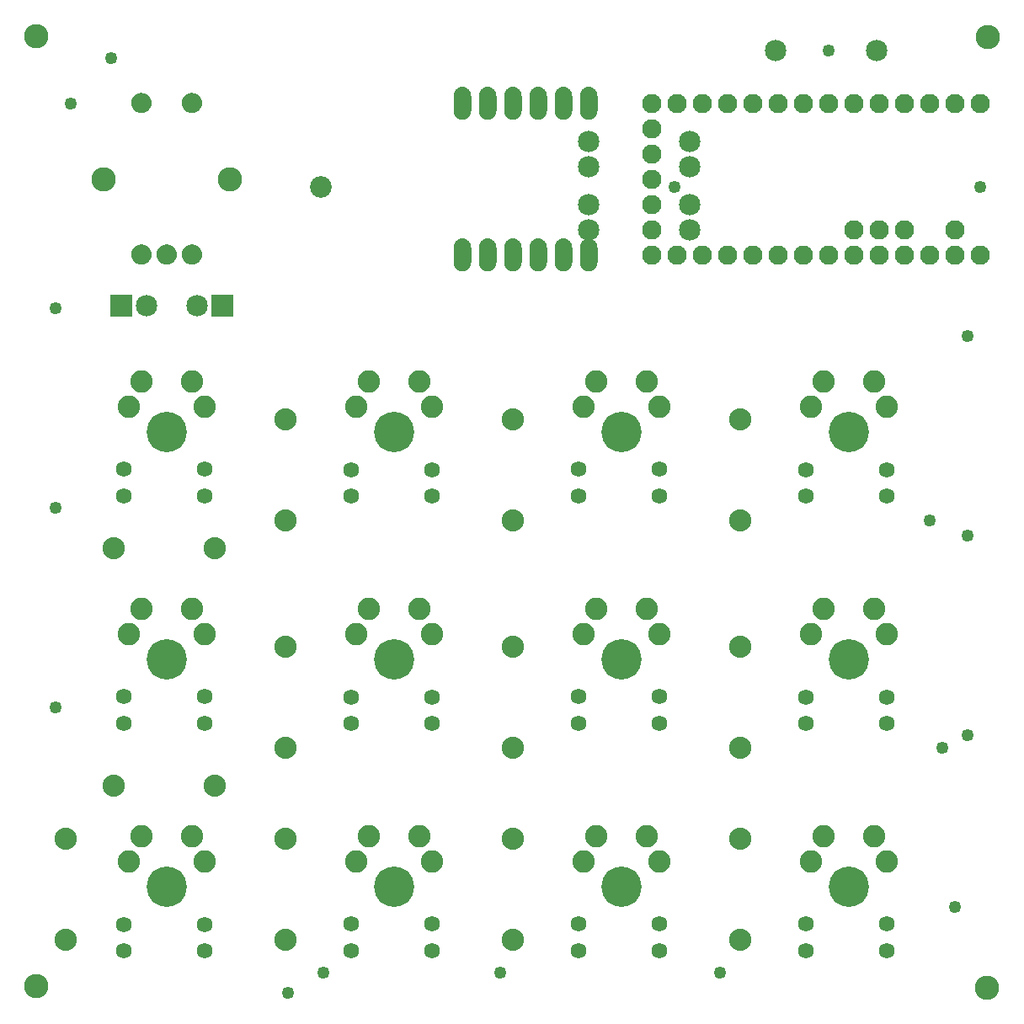
<source format=gbs>
G04 MADE WITH FRITZING*
G04 WWW.FRITZING.ORG*
G04 DOUBLE SIDED*
G04 HOLES PLATED*
G04 CONTOUR ON CENTER OF CONTOUR VECTOR*
%ASAXBY*%
%FSLAX23Y23*%
%MOIN*%
%OFA0B0*%
%SFA1.0B1.0*%
%ADD10C,0.049370*%
%ADD11C,0.076889*%
%ADD12C,0.085433*%
%ADD13C,0.085000*%
%ADD14C,0.096614*%
%ADD15C,0.159606*%
%ADD16C,0.088000*%
%ADD17C,0.062361*%
%ADD18C,0.088639*%
%ADD19C,0.068759*%
%ADD20R,0.085000X0.085000*%
%ADD21R,0.001000X0.001000*%
%LNMASK0*%
G90*
G70*
G54D10*
X220Y3587D03*
X1080Y67D03*
X2610Y3257D03*
G54D11*
X2520Y2987D03*
X2620Y2987D03*
X2720Y2987D03*
X2820Y2987D03*
X2920Y2987D03*
X3020Y2987D03*
X3120Y2987D03*
X3220Y2987D03*
X3320Y2987D03*
X3420Y2987D03*
X3520Y2987D03*
X3620Y2987D03*
X3720Y2987D03*
X3820Y2987D03*
X3720Y3087D03*
X3420Y3087D03*
X3520Y3087D03*
X2520Y3587D03*
X2620Y3587D03*
X2720Y3587D03*
X2820Y3587D03*
X2920Y3587D03*
X3020Y3587D03*
X3120Y3587D03*
X3220Y3587D03*
X3320Y3587D03*
X3420Y3587D03*
X3520Y3587D03*
X3620Y3587D03*
X3720Y3587D03*
X3820Y3587D03*
X3320Y3087D03*
X2520Y3387D03*
X2520Y3487D03*
X2520Y3287D03*
X2520Y3087D03*
X2520Y3187D03*
G54D10*
X3220Y3797D03*
X380Y3767D03*
X160Y2777D03*
G54D12*
X1210Y3257D03*
G54D13*
X3010Y3797D03*
X3410Y3797D03*
G54D14*
X3849Y3850D03*
X85Y3851D03*
X850Y3287D03*
X350Y3287D03*
G54D15*
X3300Y487D03*
X2400Y487D03*
X1500Y487D03*
X600Y487D03*
X3300Y1387D03*
X2400Y1387D03*
X1500Y1387D03*
X600Y1387D03*
X3300Y2287D03*
X2400Y2287D03*
X1500Y2287D03*
X600Y2287D03*
G54D14*
X85Y93D03*
X3847Y87D03*
G54D13*
X2270Y3087D03*
X2670Y3087D03*
X2270Y3437D03*
X2670Y3437D03*
X2270Y3337D03*
X2670Y3337D03*
X2270Y3187D03*
X2670Y3187D03*
G54D16*
X200Y677D03*
X200Y277D03*
X200Y677D03*
X200Y277D03*
X200Y677D03*
X200Y277D03*
X1070Y677D03*
X1070Y277D03*
X1070Y677D03*
X1070Y277D03*
X1070Y677D03*
X1070Y277D03*
X1970Y677D03*
X1970Y277D03*
X1970Y677D03*
X1970Y277D03*
X1970Y677D03*
X1970Y277D03*
X2870Y677D03*
X2870Y277D03*
X2870Y677D03*
X2870Y277D03*
X2870Y677D03*
X2870Y277D03*
X2870Y1437D03*
X2870Y1037D03*
X2870Y1437D03*
X2870Y1037D03*
X2870Y1437D03*
X2870Y1037D03*
X1970Y1437D03*
X1970Y1037D03*
X1970Y1437D03*
X1970Y1037D03*
X1970Y1437D03*
X1970Y1037D03*
X1070Y1437D03*
X1070Y1037D03*
X1070Y1437D03*
X1070Y1037D03*
X1070Y1437D03*
X1070Y1037D03*
X390Y887D03*
X790Y887D03*
X390Y887D03*
X790Y887D03*
X390Y887D03*
X790Y887D03*
X2870Y2337D03*
X2870Y1937D03*
X2870Y2337D03*
X2870Y1937D03*
X2870Y2337D03*
X2870Y1937D03*
X1970Y2337D03*
X1970Y1937D03*
X1970Y2337D03*
X1970Y1937D03*
X1970Y2337D03*
X1970Y1937D03*
X1070Y2337D03*
X1070Y1937D03*
X1070Y2337D03*
X1070Y1937D03*
X1070Y2337D03*
X1070Y1937D03*
X390Y1827D03*
X790Y1827D03*
X390Y1827D03*
X790Y1827D03*
X390Y1827D03*
X790Y1827D03*
G54D13*
X820Y2787D03*
X720Y2787D03*
X820Y2787D03*
X720Y2787D03*
X420Y2787D03*
X520Y2787D03*
X420Y2787D03*
X520Y2787D03*
G54D17*
X750Y1238D03*
X431Y1238D03*
X750Y1132D03*
X431Y1132D03*
G54D18*
X450Y1487D03*
X500Y1587D03*
X700Y1587D03*
X750Y1487D03*
G54D17*
X750Y337D03*
X431Y337D03*
X750Y231D03*
X431Y231D03*
G54D18*
X450Y586D03*
X500Y686D03*
X700Y686D03*
X750Y586D03*
G54D17*
X3450Y2137D03*
X3131Y2137D03*
X3450Y2031D03*
X3131Y2031D03*
G54D18*
X3150Y2386D03*
X3200Y2486D03*
X3400Y2486D03*
X3450Y2386D03*
G54D17*
X2550Y2138D03*
X2231Y2138D03*
X2550Y2032D03*
X2231Y2032D03*
G54D18*
X2250Y2387D03*
X2300Y2487D03*
X2500Y2487D03*
X2550Y2387D03*
G54D17*
X1650Y2137D03*
X1331Y2137D03*
X1650Y2031D03*
X1331Y2031D03*
G54D18*
X1350Y2386D03*
X1400Y2486D03*
X1600Y2486D03*
X1650Y2386D03*
G54D17*
X750Y2138D03*
X431Y2138D03*
X750Y2032D03*
X431Y2032D03*
G54D18*
X451Y2387D03*
X500Y2487D03*
X700Y2487D03*
X750Y2387D03*
G54D17*
X3450Y1237D03*
X3131Y1237D03*
X3450Y1131D03*
X3131Y1131D03*
G54D18*
X3150Y1486D03*
X3200Y1586D03*
X3400Y1586D03*
X3450Y1486D03*
G54D17*
X2550Y1238D03*
X2231Y1238D03*
X2550Y1132D03*
X2231Y1132D03*
G54D18*
X2250Y1487D03*
X2300Y1587D03*
X2500Y1587D03*
X2550Y1487D03*
G54D17*
X1650Y1237D03*
X1331Y1237D03*
X1650Y1131D03*
X1331Y1131D03*
G54D18*
X1350Y1486D03*
X1400Y1586D03*
X1600Y1586D03*
X1650Y1486D03*
G54D17*
X1650Y338D03*
X1331Y338D03*
X1650Y232D03*
X1331Y232D03*
G54D18*
X1351Y587D03*
X1401Y687D03*
X1600Y687D03*
X1650Y587D03*
G54D17*
X2550Y338D03*
X2231Y338D03*
X2550Y232D03*
X2231Y232D03*
G54D18*
X2251Y587D03*
X2300Y687D03*
X2500Y687D03*
X2550Y587D03*
G54D17*
X3450Y338D03*
X3131Y338D03*
X3450Y232D03*
X3131Y232D03*
G54D18*
X3150Y587D03*
X3200Y687D03*
X3400Y687D03*
X3450Y587D03*
G54D10*
X3670Y1037D03*
X3720Y407D03*
X3820Y3257D03*
G54D19*
X1770Y3586D03*
X1870Y3586D03*
X1970Y3586D03*
X2070Y3586D03*
X2170Y3586D03*
X2270Y3587D03*
X1770Y2986D03*
X1870Y2986D03*
X1970Y2986D03*
X2070Y2986D03*
X2170Y2986D03*
X2270Y2987D03*
G54D10*
X3620Y1937D03*
X160Y1987D03*
X160Y1197D03*
X2790Y147D03*
X1920Y147D03*
X1220Y147D03*
X3770Y1087D03*
X3770Y1877D03*
X3770Y2667D03*
G54D20*
X820Y2787D03*
X820Y2787D03*
X420Y2787D03*
X420Y2787D03*
G54D21*
X1770Y3651D02*
X1771Y3651D01*
X1870Y3651D02*
X1871Y3651D01*
X1970Y3651D02*
X1971Y3651D01*
X2070Y3651D02*
X2071Y3651D01*
X2170Y3651D02*
X2171Y3651D01*
X2269Y3651D02*
X2271Y3651D01*
X1762Y3650D02*
X1778Y3650D01*
X1862Y3650D02*
X1878Y3650D01*
X1962Y3650D02*
X1978Y3650D01*
X2062Y3650D02*
X2078Y3650D01*
X2162Y3650D02*
X2178Y3650D01*
X2262Y3650D02*
X2278Y3650D01*
X1759Y3649D02*
X1781Y3649D01*
X1859Y3649D02*
X1881Y3649D01*
X1959Y3649D02*
X1981Y3649D01*
X2059Y3649D02*
X2081Y3649D01*
X2159Y3649D02*
X2181Y3649D01*
X2259Y3649D02*
X2281Y3649D01*
X1757Y3648D02*
X1784Y3648D01*
X1857Y3648D02*
X1884Y3648D01*
X1957Y3648D02*
X1984Y3648D01*
X2057Y3648D02*
X2084Y3648D01*
X2157Y3648D02*
X2184Y3648D01*
X2256Y3648D02*
X2284Y3648D01*
X1754Y3647D02*
X1786Y3647D01*
X1854Y3647D02*
X1886Y3647D01*
X1954Y3647D02*
X1986Y3647D01*
X2054Y3647D02*
X2086Y3647D01*
X2154Y3647D02*
X2186Y3647D01*
X2254Y3647D02*
X2286Y3647D01*
X1753Y3646D02*
X1787Y3646D01*
X1853Y3646D02*
X1887Y3646D01*
X1953Y3646D02*
X1987Y3646D01*
X2053Y3646D02*
X2087Y3646D01*
X2153Y3646D02*
X2187Y3646D01*
X2253Y3646D02*
X2287Y3646D01*
X1751Y3645D02*
X1789Y3645D01*
X1851Y3645D02*
X1889Y3645D01*
X1951Y3645D02*
X1989Y3645D01*
X2051Y3645D02*
X2089Y3645D01*
X2151Y3645D02*
X2189Y3645D01*
X2251Y3645D02*
X2289Y3645D01*
X1750Y3644D02*
X1791Y3644D01*
X1850Y3644D02*
X1891Y3644D01*
X1950Y3644D02*
X1990Y3644D01*
X2050Y3644D02*
X2091Y3644D01*
X2150Y3644D02*
X2191Y3644D01*
X2250Y3644D02*
X2290Y3644D01*
X1748Y3643D02*
X1792Y3643D01*
X1848Y3643D02*
X1892Y3643D01*
X1948Y3643D02*
X1992Y3643D01*
X2048Y3643D02*
X2092Y3643D01*
X2148Y3643D02*
X2192Y3643D01*
X2248Y3643D02*
X2292Y3643D01*
X1747Y3642D02*
X1793Y3642D01*
X1847Y3642D02*
X1893Y3642D01*
X1947Y3642D02*
X1993Y3642D01*
X2047Y3642D02*
X2093Y3642D01*
X2147Y3642D02*
X2193Y3642D01*
X2247Y3642D02*
X2293Y3642D01*
X1746Y3641D02*
X1794Y3641D01*
X1846Y3641D02*
X1894Y3641D01*
X1946Y3641D02*
X1994Y3641D01*
X2046Y3641D02*
X2094Y3641D01*
X2146Y3641D02*
X2194Y3641D01*
X2246Y3641D02*
X2294Y3641D01*
X1745Y3640D02*
X1795Y3640D01*
X1845Y3640D02*
X1895Y3640D01*
X1945Y3640D02*
X1995Y3640D01*
X2045Y3640D02*
X2095Y3640D01*
X2145Y3640D02*
X2195Y3640D01*
X2245Y3640D02*
X2295Y3640D01*
X1744Y3639D02*
X1796Y3639D01*
X1844Y3639D02*
X1896Y3639D01*
X1944Y3639D02*
X1996Y3639D01*
X2044Y3639D02*
X2096Y3639D01*
X2144Y3639D02*
X2196Y3639D01*
X2244Y3639D02*
X2296Y3639D01*
X1743Y3638D02*
X1797Y3638D01*
X1843Y3638D02*
X1897Y3638D01*
X1943Y3638D02*
X1997Y3638D01*
X2043Y3638D02*
X2097Y3638D01*
X2143Y3638D02*
X2197Y3638D01*
X2243Y3638D02*
X2297Y3638D01*
X1743Y3637D02*
X1797Y3637D01*
X1843Y3637D02*
X1897Y3637D01*
X1943Y3637D02*
X1997Y3637D01*
X2043Y3637D02*
X2097Y3637D01*
X2143Y3637D02*
X2197Y3637D01*
X2243Y3637D02*
X2297Y3637D01*
X1742Y3636D02*
X1798Y3636D01*
X1842Y3636D02*
X1898Y3636D01*
X1942Y3636D02*
X1998Y3636D01*
X2042Y3636D02*
X2098Y3636D01*
X2142Y3636D02*
X2198Y3636D01*
X2242Y3636D02*
X2298Y3636D01*
X1741Y3635D02*
X1799Y3635D01*
X1841Y3635D02*
X1899Y3635D01*
X1941Y3635D02*
X1999Y3635D01*
X2041Y3635D02*
X2099Y3635D01*
X2141Y3635D02*
X2199Y3635D01*
X2241Y3635D02*
X2299Y3635D01*
X1741Y3634D02*
X1799Y3634D01*
X1841Y3634D02*
X1899Y3634D01*
X1941Y3634D02*
X1999Y3634D01*
X2041Y3634D02*
X2099Y3634D01*
X2141Y3634D02*
X2199Y3634D01*
X2241Y3634D02*
X2299Y3634D01*
X1740Y3633D02*
X1800Y3633D01*
X1840Y3633D02*
X1900Y3633D01*
X1940Y3633D02*
X2000Y3633D01*
X2040Y3633D02*
X2100Y3633D01*
X2140Y3633D02*
X2200Y3633D01*
X2240Y3633D02*
X2300Y3633D01*
X1740Y3632D02*
X1801Y3632D01*
X1840Y3632D02*
X1901Y3632D01*
X1940Y3632D02*
X2001Y3632D01*
X2040Y3632D02*
X2101Y3632D01*
X2140Y3632D02*
X2201Y3632D01*
X2239Y3632D02*
X2301Y3632D01*
X1739Y3631D02*
X1801Y3631D01*
X1839Y3631D02*
X1901Y3631D01*
X1939Y3631D02*
X2001Y3631D01*
X2039Y3631D02*
X2101Y3631D01*
X2139Y3631D02*
X2201Y3631D01*
X2239Y3631D02*
X2301Y3631D01*
X1739Y3630D02*
X1802Y3630D01*
X1839Y3630D02*
X1902Y3630D01*
X1939Y3630D02*
X2002Y3630D01*
X2039Y3630D02*
X2102Y3630D01*
X2139Y3630D02*
X2202Y3630D01*
X2239Y3630D02*
X2302Y3630D01*
X1738Y3629D02*
X1802Y3629D01*
X1838Y3629D02*
X1902Y3629D01*
X1938Y3629D02*
X2002Y3629D01*
X2038Y3629D02*
X2102Y3629D01*
X2138Y3629D02*
X2202Y3629D01*
X2238Y3629D02*
X2302Y3629D01*
X1738Y3628D02*
X1802Y3628D01*
X1838Y3628D02*
X1902Y3628D01*
X1938Y3628D02*
X2002Y3628D01*
X2038Y3628D02*
X2102Y3628D01*
X2138Y3628D02*
X2202Y3628D01*
X2238Y3628D02*
X2302Y3628D01*
X495Y3627D02*
X504Y3627D01*
X695Y3627D02*
X704Y3627D01*
X1737Y3627D02*
X1803Y3627D01*
X1837Y3627D02*
X1903Y3627D01*
X1937Y3627D02*
X2003Y3627D01*
X2037Y3627D02*
X2103Y3627D01*
X2137Y3627D02*
X2203Y3627D01*
X2237Y3627D02*
X2303Y3627D01*
X490Y3626D02*
X509Y3626D01*
X690Y3626D02*
X709Y3626D01*
X1737Y3626D02*
X1803Y3626D01*
X1837Y3626D02*
X1903Y3626D01*
X1937Y3626D02*
X2003Y3626D01*
X2037Y3626D02*
X2103Y3626D01*
X2137Y3626D02*
X2203Y3626D01*
X2237Y3626D02*
X2303Y3626D01*
X486Y3625D02*
X513Y3625D01*
X686Y3625D02*
X713Y3625D01*
X1737Y3625D02*
X1803Y3625D01*
X1837Y3625D02*
X1903Y3625D01*
X1937Y3625D02*
X2003Y3625D01*
X2037Y3625D02*
X2103Y3625D01*
X2137Y3625D02*
X2203Y3625D01*
X2237Y3625D02*
X2303Y3625D01*
X484Y3624D02*
X515Y3624D01*
X684Y3624D02*
X715Y3624D01*
X1737Y3624D02*
X1804Y3624D01*
X1837Y3624D02*
X1904Y3624D01*
X1937Y3624D02*
X2004Y3624D01*
X2037Y3624D02*
X2104Y3624D01*
X2137Y3624D02*
X2204Y3624D01*
X2237Y3624D02*
X2304Y3624D01*
X482Y3623D02*
X517Y3623D01*
X682Y3623D02*
X717Y3623D01*
X1736Y3623D02*
X1804Y3623D01*
X1836Y3623D02*
X1904Y3623D01*
X1936Y3623D02*
X2004Y3623D01*
X2036Y3623D02*
X2104Y3623D01*
X2136Y3623D02*
X2204Y3623D01*
X2236Y3623D02*
X2304Y3623D01*
X480Y3622D02*
X519Y3622D01*
X680Y3622D02*
X719Y3622D01*
X1736Y3622D02*
X1804Y3622D01*
X1836Y3622D02*
X1904Y3622D01*
X1936Y3622D02*
X2004Y3622D01*
X2036Y3622D02*
X2104Y3622D01*
X2136Y3622D02*
X2204Y3622D01*
X2236Y3622D02*
X2304Y3622D01*
X478Y3621D02*
X521Y3621D01*
X678Y3621D02*
X721Y3621D01*
X1736Y3621D02*
X1804Y3621D01*
X1836Y3621D02*
X1904Y3621D01*
X1936Y3621D02*
X2004Y3621D01*
X2036Y3621D02*
X2104Y3621D01*
X2136Y3621D02*
X2204Y3621D01*
X2236Y3621D02*
X2304Y3621D01*
X477Y3620D02*
X522Y3620D01*
X677Y3620D02*
X722Y3620D01*
X1736Y3620D02*
X1804Y3620D01*
X1836Y3620D02*
X1904Y3620D01*
X1936Y3620D02*
X2004Y3620D01*
X2036Y3620D02*
X2104Y3620D01*
X2136Y3620D02*
X2204Y3620D01*
X2236Y3620D02*
X2304Y3620D01*
X476Y3619D02*
X524Y3619D01*
X676Y3619D02*
X724Y3619D01*
X1736Y3619D02*
X1804Y3619D01*
X1836Y3619D02*
X1904Y3619D01*
X1936Y3619D02*
X2004Y3619D01*
X2036Y3619D02*
X2104Y3619D01*
X2136Y3619D02*
X2204Y3619D01*
X2236Y3619D02*
X2304Y3619D01*
X474Y3618D02*
X525Y3618D01*
X674Y3618D02*
X725Y3618D01*
X1736Y3618D02*
X1804Y3618D01*
X1836Y3618D02*
X1904Y3618D01*
X1936Y3618D02*
X2004Y3618D01*
X2036Y3618D02*
X2104Y3618D01*
X2136Y3618D02*
X2204Y3618D01*
X2236Y3618D02*
X2304Y3618D01*
X473Y3617D02*
X526Y3617D01*
X673Y3617D02*
X726Y3617D01*
X1736Y3617D02*
X1804Y3617D01*
X1836Y3617D02*
X1904Y3617D01*
X1936Y3617D02*
X2004Y3617D01*
X2036Y3617D02*
X2104Y3617D01*
X2136Y3617D02*
X2204Y3617D01*
X2236Y3617D02*
X2304Y3617D01*
X472Y3616D02*
X527Y3616D01*
X672Y3616D02*
X727Y3616D01*
X1736Y3616D02*
X1805Y3616D01*
X1836Y3616D02*
X1905Y3616D01*
X1936Y3616D02*
X2005Y3616D01*
X2036Y3616D02*
X2105Y3616D01*
X2136Y3616D02*
X2205Y3616D01*
X2236Y3616D02*
X2305Y3616D01*
X471Y3615D02*
X528Y3615D01*
X671Y3615D02*
X728Y3615D01*
X1736Y3615D02*
X1805Y3615D01*
X1836Y3615D02*
X1905Y3615D01*
X1936Y3615D02*
X2005Y3615D01*
X2036Y3615D02*
X2105Y3615D01*
X2136Y3615D02*
X2205Y3615D01*
X2236Y3615D02*
X2305Y3615D01*
X470Y3614D02*
X529Y3614D01*
X670Y3614D02*
X729Y3614D01*
X1736Y3614D02*
X1805Y3614D01*
X1836Y3614D02*
X1905Y3614D01*
X1936Y3614D02*
X2005Y3614D01*
X2036Y3614D02*
X2105Y3614D01*
X2136Y3614D02*
X2205Y3614D01*
X2236Y3614D02*
X2305Y3614D01*
X469Y3613D02*
X530Y3613D01*
X669Y3613D02*
X730Y3613D01*
X1736Y3613D02*
X1805Y3613D01*
X1836Y3613D02*
X1905Y3613D01*
X1936Y3613D02*
X2005Y3613D01*
X2036Y3613D02*
X2105Y3613D01*
X2136Y3613D02*
X2205Y3613D01*
X2236Y3613D02*
X2305Y3613D01*
X469Y3612D02*
X531Y3612D01*
X669Y3612D02*
X731Y3612D01*
X1736Y3612D02*
X1805Y3612D01*
X1836Y3612D02*
X1905Y3612D01*
X1936Y3612D02*
X2005Y3612D01*
X2036Y3612D02*
X2105Y3612D01*
X2136Y3612D02*
X2205Y3612D01*
X2236Y3612D02*
X2305Y3612D01*
X468Y3611D02*
X531Y3611D01*
X668Y3611D02*
X731Y3611D01*
X1736Y3611D02*
X1805Y3611D01*
X1836Y3611D02*
X1905Y3611D01*
X1936Y3611D02*
X2005Y3611D01*
X2036Y3611D02*
X2105Y3611D01*
X2136Y3611D02*
X2205Y3611D01*
X2236Y3611D02*
X2305Y3611D01*
X467Y3610D02*
X532Y3610D01*
X667Y3610D02*
X732Y3610D01*
X1736Y3610D02*
X1805Y3610D01*
X1836Y3610D02*
X1905Y3610D01*
X1936Y3610D02*
X2005Y3610D01*
X2036Y3610D02*
X2105Y3610D01*
X2136Y3610D02*
X2205Y3610D01*
X2236Y3610D02*
X2305Y3610D01*
X467Y3609D02*
X533Y3609D01*
X667Y3609D02*
X733Y3609D01*
X1736Y3609D02*
X1805Y3609D01*
X1836Y3609D02*
X1905Y3609D01*
X1936Y3609D02*
X2005Y3609D01*
X2036Y3609D02*
X2105Y3609D01*
X2136Y3609D02*
X2205Y3609D01*
X2236Y3609D02*
X2305Y3609D01*
X466Y3608D02*
X533Y3608D01*
X666Y3608D02*
X733Y3608D01*
X1736Y3608D02*
X1805Y3608D01*
X1836Y3608D02*
X1905Y3608D01*
X1936Y3608D02*
X2005Y3608D01*
X2036Y3608D02*
X2105Y3608D01*
X2136Y3608D02*
X2205Y3608D01*
X2236Y3608D02*
X2305Y3608D01*
X465Y3607D02*
X534Y3607D01*
X665Y3607D02*
X734Y3607D01*
X1736Y3607D02*
X1805Y3607D01*
X1836Y3607D02*
X1905Y3607D01*
X1936Y3607D02*
X2005Y3607D01*
X2036Y3607D02*
X2105Y3607D01*
X2136Y3607D02*
X2205Y3607D01*
X2236Y3607D02*
X2305Y3607D01*
X465Y3606D02*
X535Y3606D01*
X665Y3606D02*
X735Y3606D01*
X1736Y3606D02*
X1805Y3606D01*
X1836Y3606D02*
X1905Y3606D01*
X1936Y3606D02*
X2005Y3606D01*
X2036Y3606D02*
X2105Y3606D01*
X2136Y3606D02*
X2205Y3606D01*
X2236Y3606D02*
X2305Y3606D01*
X464Y3605D02*
X535Y3605D01*
X664Y3605D02*
X735Y3605D01*
X1736Y3605D02*
X1805Y3605D01*
X1836Y3605D02*
X1905Y3605D01*
X1936Y3605D02*
X2005Y3605D01*
X2036Y3605D02*
X2105Y3605D01*
X2136Y3605D02*
X2205Y3605D01*
X2236Y3605D02*
X2305Y3605D01*
X464Y3604D02*
X536Y3604D01*
X664Y3604D02*
X736Y3604D01*
X1736Y3604D02*
X1805Y3604D01*
X1836Y3604D02*
X1905Y3604D01*
X1936Y3604D02*
X2005Y3604D01*
X2036Y3604D02*
X2105Y3604D01*
X2136Y3604D02*
X2205Y3604D01*
X2236Y3604D02*
X2305Y3604D01*
X463Y3603D02*
X536Y3603D01*
X663Y3603D02*
X736Y3603D01*
X1736Y3603D02*
X1805Y3603D01*
X1836Y3603D02*
X1905Y3603D01*
X1936Y3603D02*
X2005Y3603D01*
X2036Y3603D02*
X2105Y3603D01*
X2136Y3603D02*
X2205Y3603D01*
X2236Y3603D02*
X2305Y3603D01*
X463Y3602D02*
X536Y3602D01*
X663Y3602D02*
X736Y3602D01*
X1736Y3602D02*
X1805Y3602D01*
X1836Y3602D02*
X1905Y3602D01*
X1936Y3602D02*
X2005Y3602D01*
X2036Y3602D02*
X2105Y3602D01*
X2136Y3602D02*
X2205Y3602D01*
X2236Y3602D02*
X2305Y3602D01*
X463Y3601D02*
X537Y3601D01*
X663Y3601D02*
X737Y3601D01*
X1736Y3601D02*
X1769Y3601D01*
X1771Y3601D02*
X1805Y3601D01*
X1836Y3601D02*
X1869Y3601D01*
X1871Y3601D02*
X1905Y3601D01*
X1936Y3601D02*
X1969Y3601D01*
X1971Y3601D02*
X2005Y3601D01*
X2036Y3601D02*
X2069Y3601D01*
X2071Y3601D02*
X2105Y3601D01*
X2136Y3601D02*
X2169Y3601D01*
X2171Y3601D02*
X2205Y3601D01*
X2236Y3601D02*
X2269Y3601D01*
X2271Y3601D02*
X2305Y3601D01*
X462Y3600D02*
X537Y3600D01*
X662Y3600D02*
X737Y3600D01*
X1736Y3600D02*
X1764Y3600D01*
X1776Y3600D02*
X1805Y3600D01*
X1836Y3600D02*
X1864Y3600D01*
X1876Y3600D02*
X1905Y3600D01*
X1936Y3600D02*
X1964Y3600D01*
X1976Y3600D02*
X2005Y3600D01*
X2036Y3600D02*
X2064Y3600D01*
X2076Y3600D02*
X2105Y3600D01*
X2136Y3600D02*
X2164Y3600D01*
X2176Y3600D02*
X2205Y3600D01*
X2236Y3600D02*
X2264Y3600D01*
X2276Y3600D02*
X2305Y3600D01*
X462Y3599D02*
X537Y3599D01*
X662Y3599D02*
X737Y3599D01*
X1736Y3599D02*
X1762Y3599D01*
X1778Y3599D02*
X1805Y3599D01*
X1836Y3599D02*
X1862Y3599D01*
X1878Y3599D02*
X1905Y3599D01*
X1936Y3599D02*
X1962Y3599D01*
X1978Y3599D02*
X2005Y3599D01*
X2036Y3599D02*
X2062Y3599D01*
X2078Y3599D02*
X2105Y3599D01*
X2136Y3599D02*
X2162Y3599D01*
X2178Y3599D02*
X2205Y3599D01*
X2236Y3599D02*
X2262Y3599D01*
X2278Y3599D02*
X2305Y3599D01*
X462Y3598D02*
X538Y3598D01*
X662Y3598D02*
X738Y3598D01*
X1736Y3598D02*
X1761Y3598D01*
X1780Y3598D02*
X1805Y3598D01*
X1836Y3598D02*
X1861Y3598D01*
X1880Y3598D02*
X1905Y3598D01*
X1936Y3598D02*
X1961Y3598D01*
X1980Y3598D02*
X2005Y3598D01*
X2036Y3598D02*
X2061Y3598D01*
X2080Y3598D02*
X2105Y3598D01*
X2136Y3598D02*
X2161Y3598D01*
X2180Y3598D02*
X2205Y3598D01*
X2236Y3598D02*
X2260Y3598D01*
X2280Y3598D02*
X2305Y3598D01*
X461Y3597D02*
X538Y3597D01*
X661Y3597D02*
X738Y3597D01*
X1736Y3597D02*
X1759Y3597D01*
X1781Y3597D02*
X1805Y3597D01*
X1836Y3597D02*
X1859Y3597D01*
X1881Y3597D02*
X1905Y3597D01*
X1936Y3597D02*
X1959Y3597D01*
X1981Y3597D02*
X2005Y3597D01*
X2036Y3597D02*
X2059Y3597D01*
X2081Y3597D02*
X2105Y3597D01*
X2136Y3597D02*
X2159Y3597D01*
X2181Y3597D02*
X2205Y3597D01*
X2236Y3597D02*
X2259Y3597D01*
X2281Y3597D02*
X2305Y3597D01*
X461Y3596D02*
X538Y3596D01*
X661Y3596D02*
X738Y3596D01*
X1736Y3596D02*
X1758Y3596D01*
X1782Y3596D02*
X1805Y3596D01*
X1836Y3596D02*
X1858Y3596D01*
X1882Y3596D02*
X1905Y3596D01*
X1936Y3596D02*
X1958Y3596D01*
X1982Y3596D02*
X2005Y3596D01*
X2036Y3596D02*
X2058Y3596D01*
X2082Y3596D02*
X2105Y3596D01*
X2136Y3596D02*
X2158Y3596D01*
X2182Y3596D02*
X2205Y3596D01*
X2236Y3596D02*
X2258Y3596D01*
X2282Y3596D02*
X2305Y3596D01*
X461Y3595D02*
X538Y3595D01*
X661Y3595D02*
X738Y3595D01*
X1736Y3595D02*
X1758Y3595D01*
X1783Y3595D02*
X1805Y3595D01*
X1836Y3595D02*
X1858Y3595D01*
X1883Y3595D02*
X1905Y3595D01*
X1936Y3595D02*
X1958Y3595D01*
X1983Y3595D02*
X2005Y3595D01*
X2036Y3595D02*
X2058Y3595D01*
X2083Y3595D02*
X2105Y3595D01*
X2136Y3595D02*
X2158Y3595D01*
X2183Y3595D02*
X2205Y3595D01*
X2236Y3595D02*
X2258Y3595D01*
X2283Y3595D02*
X2305Y3595D01*
X461Y3594D02*
X538Y3594D01*
X661Y3594D02*
X738Y3594D01*
X1736Y3594D02*
X1757Y3594D01*
X1783Y3594D02*
X1805Y3594D01*
X1836Y3594D02*
X1857Y3594D01*
X1883Y3594D02*
X1905Y3594D01*
X1936Y3594D02*
X1957Y3594D01*
X1983Y3594D02*
X2005Y3594D01*
X2036Y3594D02*
X2057Y3594D01*
X2083Y3594D02*
X2105Y3594D01*
X2136Y3594D02*
X2157Y3594D01*
X2183Y3594D02*
X2205Y3594D01*
X2236Y3594D02*
X2257Y3594D01*
X2283Y3594D02*
X2305Y3594D01*
X461Y3593D02*
X539Y3593D01*
X661Y3593D02*
X739Y3593D01*
X1736Y3593D02*
X1756Y3593D01*
X1784Y3593D02*
X1805Y3593D01*
X1836Y3593D02*
X1856Y3593D01*
X1884Y3593D02*
X1905Y3593D01*
X1936Y3593D02*
X1956Y3593D01*
X1984Y3593D02*
X2005Y3593D01*
X2036Y3593D02*
X2056Y3593D01*
X2084Y3593D02*
X2105Y3593D01*
X2136Y3593D02*
X2156Y3593D01*
X2184Y3593D02*
X2205Y3593D01*
X2236Y3593D02*
X2256Y3593D01*
X2284Y3593D02*
X2305Y3593D01*
X460Y3592D02*
X539Y3592D01*
X660Y3592D02*
X739Y3592D01*
X1736Y3592D02*
X1756Y3592D01*
X1784Y3592D02*
X1805Y3592D01*
X1836Y3592D02*
X1856Y3592D01*
X1884Y3592D02*
X1905Y3592D01*
X1936Y3592D02*
X1956Y3592D01*
X1984Y3592D02*
X2005Y3592D01*
X2036Y3592D02*
X2056Y3592D01*
X2084Y3592D02*
X2105Y3592D01*
X2136Y3592D02*
X2156Y3592D01*
X2184Y3592D02*
X2205Y3592D01*
X2236Y3592D02*
X2256Y3592D01*
X2284Y3592D02*
X2305Y3592D01*
X460Y3591D02*
X539Y3591D01*
X660Y3591D02*
X739Y3591D01*
X1736Y3591D02*
X1755Y3591D01*
X1785Y3591D02*
X1805Y3591D01*
X1836Y3591D02*
X1855Y3591D01*
X1885Y3591D02*
X1905Y3591D01*
X1936Y3591D02*
X1955Y3591D01*
X1985Y3591D02*
X2005Y3591D01*
X2036Y3591D02*
X2055Y3591D01*
X2085Y3591D02*
X2105Y3591D01*
X2136Y3591D02*
X2155Y3591D01*
X2185Y3591D02*
X2205Y3591D01*
X2236Y3591D02*
X2255Y3591D01*
X2285Y3591D02*
X2305Y3591D01*
X460Y3590D02*
X539Y3590D01*
X660Y3590D02*
X739Y3590D01*
X1736Y3590D02*
X1755Y3590D01*
X1785Y3590D02*
X1805Y3590D01*
X1836Y3590D02*
X1855Y3590D01*
X1885Y3590D02*
X1905Y3590D01*
X1936Y3590D02*
X1955Y3590D01*
X1985Y3590D02*
X2005Y3590D01*
X2036Y3590D02*
X2055Y3590D01*
X2085Y3590D02*
X2105Y3590D01*
X2136Y3590D02*
X2155Y3590D01*
X2185Y3590D02*
X2205Y3590D01*
X2236Y3590D02*
X2255Y3590D01*
X2285Y3590D02*
X2305Y3590D01*
X460Y3589D02*
X539Y3589D01*
X660Y3589D02*
X739Y3589D01*
X1736Y3589D02*
X1755Y3589D01*
X1785Y3589D02*
X1805Y3589D01*
X1836Y3589D02*
X1855Y3589D01*
X1885Y3589D02*
X1905Y3589D01*
X1936Y3589D02*
X1955Y3589D01*
X1985Y3589D02*
X2005Y3589D01*
X2036Y3589D02*
X2055Y3589D01*
X2085Y3589D02*
X2105Y3589D01*
X2136Y3589D02*
X2155Y3589D01*
X2185Y3589D02*
X2205Y3589D01*
X2236Y3589D02*
X2255Y3589D01*
X2285Y3589D02*
X2305Y3589D01*
X460Y3588D02*
X539Y3588D01*
X660Y3588D02*
X739Y3588D01*
X1736Y3588D02*
X1755Y3588D01*
X1785Y3588D02*
X1805Y3588D01*
X1836Y3588D02*
X1855Y3588D01*
X1885Y3588D02*
X1905Y3588D01*
X1936Y3588D02*
X1955Y3588D01*
X1985Y3588D02*
X2005Y3588D01*
X2036Y3588D02*
X2055Y3588D01*
X2085Y3588D02*
X2105Y3588D01*
X2136Y3588D02*
X2155Y3588D01*
X2185Y3588D02*
X2205Y3588D01*
X2236Y3588D02*
X2255Y3588D01*
X2285Y3588D02*
X2305Y3588D01*
X460Y3587D02*
X539Y3587D01*
X660Y3587D02*
X739Y3587D01*
X1736Y3587D02*
X1755Y3587D01*
X1785Y3587D02*
X1805Y3587D01*
X1836Y3587D02*
X1855Y3587D01*
X1885Y3587D02*
X1905Y3587D01*
X1936Y3587D02*
X1955Y3587D01*
X1985Y3587D02*
X2005Y3587D01*
X2036Y3587D02*
X2055Y3587D01*
X2085Y3587D02*
X2105Y3587D01*
X2136Y3587D02*
X2155Y3587D01*
X2185Y3587D02*
X2205Y3587D01*
X2236Y3587D02*
X2255Y3587D01*
X2285Y3587D02*
X2305Y3587D01*
X460Y3586D02*
X539Y3586D01*
X660Y3586D02*
X739Y3586D01*
X1736Y3586D02*
X1755Y3586D01*
X1786Y3586D02*
X1805Y3586D01*
X1836Y3586D02*
X1855Y3586D01*
X1886Y3586D02*
X1905Y3586D01*
X1936Y3586D02*
X1955Y3586D01*
X1986Y3586D02*
X2005Y3586D01*
X2036Y3586D02*
X2055Y3586D01*
X2086Y3586D02*
X2105Y3586D01*
X2136Y3586D02*
X2155Y3586D01*
X2186Y3586D02*
X2205Y3586D01*
X2236Y3586D02*
X2255Y3586D01*
X2286Y3586D02*
X2305Y3586D01*
X460Y3585D02*
X539Y3585D01*
X660Y3585D02*
X739Y3585D01*
X1736Y3585D02*
X1755Y3585D01*
X1785Y3585D02*
X1805Y3585D01*
X1836Y3585D02*
X1855Y3585D01*
X1885Y3585D02*
X1905Y3585D01*
X1936Y3585D02*
X1955Y3585D01*
X1985Y3585D02*
X2005Y3585D01*
X2036Y3585D02*
X2055Y3585D01*
X2085Y3585D02*
X2105Y3585D01*
X2136Y3585D02*
X2155Y3585D01*
X2185Y3585D02*
X2205Y3585D01*
X2236Y3585D02*
X2255Y3585D01*
X2285Y3585D02*
X2305Y3585D01*
X460Y3584D02*
X539Y3584D01*
X660Y3584D02*
X739Y3584D01*
X1736Y3584D02*
X1755Y3584D01*
X1785Y3584D02*
X1805Y3584D01*
X1836Y3584D02*
X1855Y3584D01*
X1885Y3584D02*
X1905Y3584D01*
X1936Y3584D02*
X1955Y3584D01*
X1985Y3584D02*
X2005Y3584D01*
X2036Y3584D02*
X2055Y3584D01*
X2085Y3584D02*
X2105Y3584D01*
X2136Y3584D02*
X2155Y3584D01*
X2185Y3584D02*
X2205Y3584D01*
X2236Y3584D02*
X2255Y3584D01*
X2285Y3584D02*
X2305Y3584D01*
X460Y3583D02*
X539Y3583D01*
X660Y3583D02*
X739Y3583D01*
X1736Y3583D02*
X1755Y3583D01*
X1785Y3583D02*
X1805Y3583D01*
X1836Y3583D02*
X1855Y3583D01*
X1885Y3583D02*
X1905Y3583D01*
X1936Y3583D02*
X1955Y3583D01*
X1985Y3583D02*
X2005Y3583D01*
X2036Y3583D02*
X2055Y3583D01*
X2085Y3583D02*
X2105Y3583D01*
X2136Y3583D02*
X2155Y3583D01*
X2185Y3583D02*
X2205Y3583D01*
X2236Y3583D02*
X2255Y3583D01*
X2285Y3583D02*
X2305Y3583D01*
X461Y3582D02*
X539Y3582D01*
X661Y3582D02*
X739Y3582D01*
X1736Y3582D02*
X1755Y3582D01*
X1785Y3582D02*
X1805Y3582D01*
X1836Y3582D02*
X1855Y3582D01*
X1885Y3582D02*
X1905Y3582D01*
X1936Y3582D02*
X1955Y3582D01*
X1985Y3582D02*
X2005Y3582D01*
X2036Y3582D02*
X2055Y3582D01*
X2085Y3582D02*
X2105Y3582D01*
X2136Y3582D02*
X2155Y3582D01*
X2185Y3582D02*
X2205Y3582D01*
X2236Y3582D02*
X2255Y3582D01*
X2285Y3582D02*
X2305Y3582D01*
X461Y3581D02*
X538Y3581D01*
X661Y3581D02*
X738Y3581D01*
X1736Y3581D02*
X1755Y3581D01*
X1785Y3581D02*
X1805Y3581D01*
X1836Y3581D02*
X1855Y3581D01*
X1885Y3581D02*
X1905Y3581D01*
X1936Y3581D02*
X1955Y3581D01*
X1985Y3581D02*
X2005Y3581D01*
X2036Y3581D02*
X2055Y3581D01*
X2085Y3581D02*
X2105Y3581D01*
X2136Y3581D02*
X2155Y3581D01*
X2185Y3581D02*
X2205Y3581D01*
X2236Y3581D02*
X2255Y3581D01*
X2285Y3581D02*
X2305Y3581D01*
X461Y3580D02*
X538Y3580D01*
X661Y3580D02*
X738Y3580D01*
X1736Y3580D02*
X1756Y3580D01*
X1784Y3580D02*
X1805Y3580D01*
X1836Y3580D02*
X1856Y3580D01*
X1884Y3580D02*
X1905Y3580D01*
X1936Y3580D02*
X1956Y3580D01*
X1984Y3580D02*
X2005Y3580D01*
X2036Y3580D02*
X2056Y3580D01*
X2084Y3580D02*
X2105Y3580D01*
X2136Y3580D02*
X2156Y3580D01*
X2184Y3580D02*
X2205Y3580D01*
X2236Y3580D02*
X2256Y3580D01*
X2284Y3580D02*
X2305Y3580D01*
X461Y3579D02*
X538Y3579D01*
X661Y3579D02*
X738Y3579D01*
X1736Y3579D02*
X1756Y3579D01*
X1784Y3579D02*
X1805Y3579D01*
X1836Y3579D02*
X1856Y3579D01*
X1884Y3579D02*
X1905Y3579D01*
X1936Y3579D02*
X1956Y3579D01*
X1984Y3579D02*
X2005Y3579D01*
X2036Y3579D02*
X2056Y3579D01*
X2084Y3579D02*
X2105Y3579D01*
X2136Y3579D02*
X2156Y3579D01*
X2184Y3579D02*
X2205Y3579D01*
X2236Y3579D02*
X2256Y3579D01*
X2284Y3579D02*
X2305Y3579D01*
X461Y3578D02*
X538Y3578D01*
X661Y3578D02*
X738Y3578D01*
X1736Y3578D02*
X1757Y3578D01*
X1783Y3578D02*
X1805Y3578D01*
X1836Y3578D02*
X1857Y3578D01*
X1883Y3578D02*
X1905Y3578D01*
X1936Y3578D02*
X1957Y3578D01*
X1983Y3578D02*
X2005Y3578D01*
X2036Y3578D02*
X2057Y3578D01*
X2083Y3578D02*
X2105Y3578D01*
X2136Y3578D02*
X2157Y3578D01*
X2183Y3578D02*
X2205Y3578D01*
X2236Y3578D02*
X2257Y3578D01*
X2283Y3578D02*
X2305Y3578D01*
X462Y3577D02*
X538Y3577D01*
X662Y3577D02*
X738Y3577D01*
X1736Y3577D02*
X1758Y3577D01*
X1782Y3577D02*
X1805Y3577D01*
X1836Y3577D02*
X1858Y3577D01*
X1882Y3577D02*
X1905Y3577D01*
X1936Y3577D02*
X1958Y3577D01*
X1982Y3577D02*
X2005Y3577D01*
X2036Y3577D02*
X2058Y3577D01*
X2082Y3577D02*
X2105Y3577D01*
X2136Y3577D02*
X2158Y3577D01*
X2182Y3577D02*
X2205Y3577D01*
X2236Y3577D02*
X2258Y3577D01*
X2282Y3577D02*
X2305Y3577D01*
X462Y3576D02*
X537Y3576D01*
X662Y3576D02*
X737Y3576D01*
X1736Y3576D02*
X1758Y3576D01*
X1782Y3576D02*
X1805Y3576D01*
X1836Y3576D02*
X1858Y3576D01*
X1882Y3576D02*
X1905Y3576D01*
X1936Y3576D02*
X1958Y3576D01*
X1982Y3576D02*
X2005Y3576D01*
X2036Y3576D02*
X2058Y3576D01*
X2082Y3576D02*
X2105Y3576D01*
X2136Y3576D02*
X2158Y3576D01*
X2182Y3576D02*
X2205Y3576D01*
X2236Y3576D02*
X2258Y3576D01*
X2282Y3576D02*
X2305Y3576D01*
X462Y3575D02*
X537Y3575D01*
X662Y3575D02*
X737Y3575D01*
X1736Y3575D02*
X1759Y3575D01*
X1781Y3575D02*
X1805Y3575D01*
X1836Y3575D02*
X1859Y3575D01*
X1881Y3575D02*
X1905Y3575D01*
X1936Y3575D02*
X1959Y3575D01*
X1981Y3575D02*
X2005Y3575D01*
X2036Y3575D02*
X2059Y3575D01*
X2081Y3575D02*
X2105Y3575D01*
X2136Y3575D02*
X2159Y3575D01*
X2181Y3575D02*
X2205Y3575D01*
X2236Y3575D02*
X2259Y3575D01*
X2281Y3575D02*
X2305Y3575D01*
X463Y3574D02*
X537Y3574D01*
X663Y3574D02*
X737Y3574D01*
X1736Y3574D02*
X1761Y3574D01*
X1779Y3574D02*
X1805Y3574D01*
X1836Y3574D02*
X1861Y3574D01*
X1879Y3574D02*
X1905Y3574D01*
X1936Y3574D02*
X1961Y3574D01*
X1979Y3574D02*
X2005Y3574D01*
X2036Y3574D02*
X2061Y3574D01*
X2079Y3574D02*
X2105Y3574D01*
X2136Y3574D02*
X2161Y3574D01*
X2179Y3574D02*
X2205Y3574D01*
X2236Y3574D02*
X2261Y3574D01*
X2279Y3574D02*
X2305Y3574D01*
X463Y3573D02*
X536Y3573D01*
X663Y3573D02*
X736Y3573D01*
X1736Y3573D02*
X1762Y3573D01*
X1778Y3573D02*
X1805Y3573D01*
X1836Y3573D02*
X1862Y3573D01*
X1878Y3573D02*
X1905Y3573D01*
X1936Y3573D02*
X1962Y3573D01*
X1978Y3573D02*
X2005Y3573D01*
X2036Y3573D02*
X2062Y3573D01*
X2078Y3573D02*
X2105Y3573D01*
X2136Y3573D02*
X2162Y3573D01*
X2178Y3573D02*
X2205Y3573D01*
X2236Y3573D02*
X2262Y3573D01*
X2278Y3573D02*
X2305Y3573D01*
X463Y3572D02*
X536Y3572D01*
X663Y3572D02*
X736Y3572D01*
X1736Y3572D02*
X1764Y3572D01*
X1776Y3572D02*
X1805Y3572D01*
X1836Y3572D02*
X1864Y3572D01*
X1876Y3572D02*
X1905Y3572D01*
X1936Y3572D02*
X1964Y3572D01*
X1976Y3572D02*
X2005Y3572D01*
X2036Y3572D02*
X2064Y3572D01*
X2076Y3572D02*
X2105Y3572D01*
X2136Y3572D02*
X2164Y3572D01*
X2176Y3572D02*
X2205Y3572D01*
X2236Y3572D02*
X2264Y3572D01*
X2276Y3572D02*
X2305Y3572D01*
X464Y3571D02*
X536Y3571D01*
X664Y3571D02*
X736Y3571D01*
X1736Y3571D02*
X1805Y3571D01*
X1836Y3571D02*
X1905Y3571D01*
X1936Y3571D02*
X2005Y3571D01*
X2036Y3571D02*
X2105Y3571D01*
X2136Y3571D02*
X2205Y3571D01*
X2236Y3571D02*
X2305Y3571D01*
X464Y3570D02*
X535Y3570D01*
X664Y3570D02*
X735Y3570D01*
X1736Y3570D02*
X1805Y3570D01*
X1836Y3570D02*
X1905Y3570D01*
X1936Y3570D02*
X2005Y3570D01*
X2036Y3570D02*
X2105Y3570D01*
X2136Y3570D02*
X2205Y3570D01*
X2236Y3570D02*
X2305Y3570D01*
X465Y3569D02*
X535Y3569D01*
X665Y3569D02*
X735Y3569D01*
X1736Y3569D02*
X1805Y3569D01*
X1836Y3569D02*
X1905Y3569D01*
X1936Y3569D02*
X2005Y3569D01*
X2036Y3569D02*
X2105Y3569D01*
X2136Y3569D02*
X2205Y3569D01*
X2236Y3569D02*
X2305Y3569D01*
X465Y3568D02*
X534Y3568D01*
X665Y3568D02*
X734Y3568D01*
X1736Y3568D02*
X1805Y3568D01*
X1836Y3568D02*
X1905Y3568D01*
X1936Y3568D02*
X2005Y3568D01*
X2036Y3568D02*
X2105Y3568D01*
X2136Y3568D02*
X2205Y3568D01*
X2236Y3568D02*
X2305Y3568D01*
X466Y3567D02*
X533Y3567D01*
X666Y3567D02*
X733Y3567D01*
X1736Y3567D02*
X1805Y3567D01*
X1836Y3567D02*
X1905Y3567D01*
X1936Y3567D02*
X2005Y3567D01*
X2036Y3567D02*
X2105Y3567D01*
X2136Y3567D02*
X2205Y3567D01*
X2236Y3567D02*
X2305Y3567D01*
X466Y3566D02*
X533Y3566D01*
X666Y3566D02*
X733Y3566D01*
X1736Y3566D02*
X1805Y3566D01*
X1836Y3566D02*
X1905Y3566D01*
X1936Y3566D02*
X2005Y3566D01*
X2036Y3566D02*
X2105Y3566D01*
X2136Y3566D02*
X2205Y3566D01*
X2236Y3566D02*
X2305Y3566D01*
X467Y3565D02*
X532Y3565D01*
X667Y3565D02*
X732Y3565D01*
X1736Y3565D02*
X1805Y3565D01*
X1836Y3565D02*
X1905Y3565D01*
X1936Y3565D02*
X2005Y3565D01*
X2036Y3565D02*
X2105Y3565D01*
X2136Y3565D02*
X2205Y3565D01*
X2236Y3565D02*
X2305Y3565D01*
X468Y3564D02*
X531Y3564D01*
X668Y3564D02*
X731Y3564D01*
X1736Y3564D02*
X1805Y3564D01*
X1836Y3564D02*
X1905Y3564D01*
X1936Y3564D02*
X2005Y3564D01*
X2036Y3564D02*
X2105Y3564D01*
X2136Y3564D02*
X2205Y3564D01*
X2236Y3564D02*
X2305Y3564D01*
X469Y3563D02*
X531Y3563D01*
X669Y3563D02*
X731Y3563D01*
X1736Y3563D02*
X1805Y3563D01*
X1836Y3563D02*
X1905Y3563D01*
X1936Y3563D02*
X2005Y3563D01*
X2036Y3563D02*
X2105Y3563D01*
X2136Y3563D02*
X2205Y3563D01*
X2236Y3563D02*
X2305Y3563D01*
X469Y3562D02*
X530Y3562D01*
X669Y3562D02*
X730Y3562D01*
X1736Y3562D02*
X1805Y3562D01*
X1836Y3562D02*
X1905Y3562D01*
X1936Y3562D02*
X2005Y3562D01*
X2036Y3562D02*
X2105Y3562D01*
X2136Y3562D02*
X2205Y3562D01*
X2236Y3562D02*
X2305Y3562D01*
X470Y3561D02*
X529Y3561D01*
X670Y3561D02*
X729Y3561D01*
X1736Y3561D02*
X1805Y3561D01*
X1836Y3561D02*
X1905Y3561D01*
X1936Y3561D02*
X2005Y3561D01*
X2036Y3561D02*
X2105Y3561D01*
X2136Y3561D02*
X2205Y3561D01*
X2236Y3561D02*
X2305Y3561D01*
X471Y3560D02*
X528Y3560D01*
X671Y3560D02*
X728Y3560D01*
X1736Y3560D02*
X1805Y3560D01*
X1836Y3560D02*
X1905Y3560D01*
X1936Y3560D02*
X2005Y3560D01*
X2036Y3560D02*
X2105Y3560D01*
X2136Y3560D02*
X2205Y3560D01*
X2236Y3560D02*
X2305Y3560D01*
X472Y3559D02*
X527Y3559D01*
X672Y3559D02*
X727Y3559D01*
X1736Y3559D02*
X1805Y3559D01*
X1836Y3559D02*
X1905Y3559D01*
X1936Y3559D02*
X2005Y3559D01*
X2036Y3559D02*
X2105Y3559D01*
X2136Y3559D02*
X2205Y3559D01*
X2236Y3559D02*
X2305Y3559D01*
X473Y3558D02*
X526Y3558D01*
X673Y3558D02*
X726Y3558D01*
X1736Y3558D02*
X1805Y3558D01*
X1836Y3558D02*
X1905Y3558D01*
X1936Y3558D02*
X2005Y3558D01*
X2036Y3558D02*
X2105Y3558D01*
X2136Y3558D02*
X2205Y3558D01*
X2236Y3558D02*
X2305Y3558D01*
X474Y3557D02*
X525Y3557D01*
X674Y3557D02*
X725Y3557D01*
X1736Y3557D02*
X1805Y3557D01*
X1836Y3557D02*
X1905Y3557D01*
X1936Y3557D02*
X2005Y3557D01*
X2036Y3557D02*
X2105Y3557D01*
X2136Y3557D02*
X2205Y3557D01*
X2236Y3557D02*
X2305Y3557D01*
X476Y3556D02*
X524Y3556D01*
X676Y3556D02*
X724Y3556D01*
X1736Y3556D02*
X1805Y3556D01*
X1836Y3556D02*
X1905Y3556D01*
X1936Y3556D02*
X2005Y3556D01*
X2036Y3556D02*
X2105Y3556D01*
X2136Y3556D02*
X2205Y3556D01*
X2236Y3556D02*
X2305Y3556D01*
X477Y3555D02*
X522Y3555D01*
X677Y3555D02*
X722Y3555D01*
X1736Y3555D02*
X1804Y3555D01*
X1836Y3555D02*
X1904Y3555D01*
X1936Y3555D02*
X2004Y3555D01*
X2036Y3555D02*
X2104Y3555D01*
X2136Y3555D02*
X2204Y3555D01*
X2236Y3555D02*
X2304Y3555D01*
X478Y3554D02*
X521Y3554D01*
X678Y3554D02*
X721Y3554D01*
X1736Y3554D02*
X1804Y3554D01*
X1836Y3554D02*
X1904Y3554D01*
X1936Y3554D02*
X2004Y3554D01*
X2036Y3554D02*
X2104Y3554D01*
X2136Y3554D02*
X2204Y3554D01*
X2236Y3554D02*
X2304Y3554D01*
X480Y3553D02*
X519Y3553D01*
X680Y3553D02*
X719Y3553D01*
X1736Y3553D02*
X1804Y3553D01*
X1836Y3553D02*
X1904Y3553D01*
X1936Y3553D02*
X2004Y3553D01*
X2036Y3553D02*
X2104Y3553D01*
X2136Y3553D02*
X2204Y3553D01*
X2236Y3553D02*
X2304Y3553D01*
X482Y3552D02*
X518Y3552D01*
X682Y3552D02*
X718Y3552D01*
X1736Y3552D02*
X1804Y3552D01*
X1836Y3552D02*
X1904Y3552D01*
X1936Y3552D02*
X2004Y3552D01*
X2036Y3552D02*
X2104Y3552D01*
X2136Y3552D02*
X2204Y3552D01*
X2236Y3552D02*
X2304Y3552D01*
X484Y3551D02*
X515Y3551D01*
X684Y3551D02*
X715Y3551D01*
X1736Y3551D02*
X1804Y3551D01*
X1836Y3551D02*
X1904Y3551D01*
X1936Y3551D02*
X2004Y3551D01*
X2036Y3551D02*
X2104Y3551D01*
X2136Y3551D02*
X2204Y3551D01*
X2236Y3551D02*
X2304Y3551D01*
X486Y3550D02*
X513Y3550D01*
X686Y3550D02*
X713Y3550D01*
X1736Y3550D02*
X1804Y3550D01*
X1836Y3550D02*
X1904Y3550D01*
X1936Y3550D02*
X2004Y3550D01*
X2036Y3550D02*
X2104Y3550D01*
X2136Y3550D02*
X2204Y3550D01*
X2236Y3550D02*
X2304Y3550D01*
X489Y3549D02*
X510Y3549D01*
X689Y3549D02*
X710Y3549D01*
X1736Y3549D02*
X1804Y3549D01*
X1836Y3549D02*
X1904Y3549D01*
X1936Y3549D02*
X2004Y3549D01*
X2036Y3549D02*
X2104Y3549D01*
X2136Y3549D02*
X2204Y3549D01*
X2236Y3549D02*
X2304Y3549D01*
X494Y3548D02*
X505Y3548D01*
X694Y3548D02*
X705Y3548D01*
X1737Y3548D02*
X1804Y3548D01*
X1837Y3548D02*
X1904Y3548D01*
X1937Y3548D02*
X2004Y3548D01*
X2037Y3548D02*
X2104Y3548D01*
X2137Y3548D02*
X2204Y3548D01*
X2237Y3548D02*
X2303Y3548D01*
X1737Y3547D02*
X1803Y3547D01*
X1837Y3547D02*
X1903Y3547D01*
X1937Y3547D02*
X2003Y3547D01*
X2037Y3547D02*
X2103Y3547D01*
X2137Y3547D02*
X2203Y3547D01*
X2237Y3547D02*
X2303Y3547D01*
X1737Y3546D02*
X1803Y3546D01*
X1837Y3546D02*
X1903Y3546D01*
X1937Y3546D02*
X2003Y3546D01*
X2037Y3546D02*
X2103Y3546D01*
X2137Y3546D02*
X2203Y3546D01*
X2237Y3546D02*
X2303Y3546D01*
X1737Y3545D02*
X1803Y3545D01*
X1837Y3545D02*
X1903Y3545D01*
X1937Y3545D02*
X2003Y3545D01*
X2037Y3545D02*
X2103Y3545D01*
X2137Y3545D02*
X2203Y3545D01*
X2237Y3545D02*
X2303Y3545D01*
X1738Y3544D02*
X1802Y3544D01*
X1838Y3544D02*
X1902Y3544D01*
X1938Y3544D02*
X2002Y3544D01*
X2038Y3544D02*
X2102Y3544D01*
X2138Y3544D02*
X2202Y3544D01*
X2238Y3544D02*
X2302Y3544D01*
X1738Y3543D02*
X1802Y3543D01*
X1838Y3543D02*
X1902Y3543D01*
X1938Y3543D02*
X2002Y3543D01*
X2038Y3543D02*
X2102Y3543D01*
X2138Y3543D02*
X2202Y3543D01*
X2238Y3543D02*
X2302Y3543D01*
X1739Y3542D02*
X1801Y3542D01*
X1839Y3542D02*
X1901Y3542D01*
X1939Y3542D02*
X2001Y3542D01*
X2039Y3542D02*
X2101Y3542D01*
X2139Y3542D02*
X2201Y3542D01*
X2239Y3542D02*
X2301Y3542D01*
X1739Y3541D02*
X1801Y3541D01*
X1839Y3541D02*
X1901Y3541D01*
X1939Y3541D02*
X2001Y3541D01*
X2039Y3541D02*
X2101Y3541D01*
X2139Y3541D02*
X2201Y3541D01*
X2239Y3541D02*
X2301Y3541D01*
X1740Y3540D02*
X1801Y3540D01*
X1840Y3540D02*
X1901Y3540D01*
X1940Y3540D02*
X2001Y3540D01*
X2040Y3540D02*
X2101Y3540D01*
X2140Y3540D02*
X2201Y3540D01*
X2240Y3540D02*
X2301Y3540D01*
X1740Y3539D02*
X1800Y3539D01*
X1840Y3539D02*
X1900Y3539D01*
X1940Y3539D02*
X2000Y3539D01*
X2040Y3539D02*
X2100Y3539D01*
X2140Y3539D02*
X2200Y3539D01*
X2240Y3539D02*
X2300Y3539D01*
X1741Y3538D02*
X1799Y3538D01*
X1841Y3538D02*
X1899Y3538D01*
X1941Y3538D02*
X1999Y3538D01*
X2041Y3538D02*
X2099Y3538D01*
X2141Y3538D02*
X2199Y3538D01*
X2241Y3538D02*
X2299Y3538D01*
X1741Y3537D02*
X1799Y3537D01*
X1841Y3537D02*
X1899Y3537D01*
X1941Y3537D02*
X1999Y3537D01*
X2041Y3537D02*
X2099Y3537D01*
X2141Y3537D02*
X2199Y3537D01*
X2241Y3537D02*
X2299Y3537D01*
X1742Y3536D02*
X1798Y3536D01*
X1842Y3536D02*
X1898Y3536D01*
X1942Y3536D02*
X1998Y3536D01*
X2042Y3536D02*
X2098Y3536D01*
X2142Y3536D02*
X2198Y3536D01*
X2242Y3536D02*
X2298Y3536D01*
X1743Y3535D02*
X1797Y3535D01*
X1843Y3535D02*
X1897Y3535D01*
X1943Y3535D02*
X1997Y3535D01*
X2043Y3535D02*
X2097Y3535D01*
X2143Y3535D02*
X2197Y3535D01*
X2243Y3535D02*
X2297Y3535D01*
X1743Y3534D02*
X1797Y3534D01*
X1843Y3534D02*
X1897Y3534D01*
X1943Y3534D02*
X1997Y3534D01*
X2043Y3534D02*
X2097Y3534D01*
X2143Y3534D02*
X2197Y3534D01*
X2243Y3534D02*
X2297Y3534D01*
X1744Y3533D02*
X1796Y3533D01*
X1844Y3533D02*
X1896Y3533D01*
X1944Y3533D02*
X1996Y3533D01*
X2044Y3533D02*
X2096Y3533D01*
X2144Y3533D02*
X2196Y3533D01*
X2244Y3533D02*
X2296Y3533D01*
X1745Y3532D02*
X1795Y3532D01*
X1845Y3532D02*
X1895Y3532D01*
X1945Y3532D02*
X1995Y3532D01*
X2045Y3532D02*
X2095Y3532D01*
X2145Y3532D02*
X2195Y3532D01*
X2245Y3532D02*
X2295Y3532D01*
X1746Y3531D02*
X1794Y3531D01*
X1846Y3531D02*
X1894Y3531D01*
X1946Y3531D02*
X1994Y3531D01*
X2046Y3531D02*
X2094Y3531D01*
X2146Y3531D02*
X2194Y3531D01*
X2246Y3531D02*
X2294Y3531D01*
X1747Y3530D02*
X1793Y3530D01*
X1847Y3530D02*
X1893Y3530D01*
X1947Y3530D02*
X1993Y3530D01*
X2047Y3530D02*
X2093Y3530D01*
X2147Y3530D02*
X2193Y3530D01*
X2247Y3530D02*
X2293Y3530D01*
X1748Y3529D02*
X1792Y3529D01*
X1848Y3529D02*
X1892Y3529D01*
X1948Y3529D02*
X1992Y3529D01*
X2048Y3529D02*
X2092Y3529D01*
X2148Y3529D02*
X2192Y3529D01*
X2248Y3529D02*
X2292Y3529D01*
X1750Y3528D02*
X1790Y3528D01*
X1850Y3528D02*
X1890Y3528D01*
X1950Y3528D02*
X1990Y3528D01*
X2050Y3528D02*
X2090Y3528D01*
X2150Y3528D02*
X2190Y3528D01*
X2250Y3528D02*
X2290Y3528D01*
X1751Y3527D02*
X1789Y3527D01*
X1851Y3527D02*
X1889Y3527D01*
X1951Y3527D02*
X1989Y3527D01*
X2051Y3527D02*
X2089Y3527D01*
X2151Y3527D02*
X2189Y3527D01*
X2251Y3527D02*
X2289Y3527D01*
X1753Y3526D02*
X1787Y3526D01*
X1853Y3526D02*
X1887Y3526D01*
X1953Y3526D02*
X1987Y3526D01*
X2053Y3526D02*
X2087Y3526D01*
X2153Y3526D02*
X2187Y3526D01*
X2253Y3526D02*
X2287Y3526D01*
X1755Y3525D02*
X1785Y3525D01*
X1855Y3525D02*
X1885Y3525D01*
X1955Y3525D02*
X1985Y3525D01*
X2055Y3525D02*
X2085Y3525D01*
X2155Y3525D02*
X2185Y3525D01*
X2255Y3525D02*
X2285Y3525D01*
X1757Y3524D02*
X1783Y3524D01*
X1857Y3524D02*
X1883Y3524D01*
X1957Y3524D02*
X1983Y3524D01*
X2057Y3524D02*
X2083Y3524D01*
X2157Y3524D02*
X2183Y3524D01*
X2257Y3524D02*
X2283Y3524D01*
X1759Y3523D02*
X1781Y3523D01*
X1859Y3523D02*
X1881Y3523D01*
X1959Y3523D02*
X1981Y3523D01*
X2059Y3523D02*
X2081Y3523D01*
X2159Y3523D02*
X2181Y3523D01*
X2259Y3523D02*
X2281Y3523D01*
X1763Y3522D02*
X1777Y3522D01*
X1863Y3522D02*
X1877Y3522D01*
X1963Y3522D02*
X1977Y3522D01*
X2063Y3522D02*
X2077Y3522D01*
X2163Y3522D02*
X2177Y3522D01*
X2263Y3522D02*
X2277Y3522D01*
X1770Y3051D02*
X1771Y3051D01*
X1870Y3051D02*
X1871Y3051D01*
X1970Y3051D02*
X1971Y3051D01*
X2070Y3051D02*
X2071Y3051D01*
X2170Y3051D02*
X2171Y3051D01*
X2269Y3051D02*
X2271Y3051D01*
X1762Y3050D02*
X1778Y3050D01*
X1862Y3050D02*
X1878Y3050D01*
X1962Y3050D02*
X1978Y3050D01*
X2062Y3050D02*
X2078Y3050D01*
X2162Y3050D02*
X2178Y3050D01*
X2262Y3050D02*
X2278Y3050D01*
X1759Y3049D02*
X1781Y3049D01*
X1859Y3049D02*
X1881Y3049D01*
X1959Y3049D02*
X1981Y3049D01*
X2059Y3049D02*
X2081Y3049D01*
X2159Y3049D02*
X2181Y3049D01*
X2259Y3049D02*
X2281Y3049D01*
X1757Y3048D02*
X1784Y3048D01*
X1857Y3048D02*
X1884Y3048D01*
X1957Y3048D02*
X1984Y3048D01*
X2057Y3048D02*
X2084Y3048D01*
X2157Y3048D02*
X2184Y3048D01*
X2256Y3048D02*
X2284Y3048D01*
X1754Y3047D02*
X1786Y3047D01*
X1854Y3047D02*
X1886Y3047D01*
X1954Y3047D02*
X1986Y3047D01*
X2054Y3047D02*
X2086Y3047D01*
X2154Y3047D02*
X2186Y3047D01*
X2254Y3047D02*
X2286Y3047D01*
X1753Y3046D02*
X1787Y3046D01*
X1853Y3046D02*
X1887Y3046D01*
X1953Y3046D02*
X1987Y3046D01*
X2053Y3046D02*
X2087Y3046D01*
X2153Y3046D02*
X2187Y3046D01*
X2253Y3046D02*
X2287Y3046D01*
X1751Y3045D02*
X1789Y3045D01*
X1851Y3045D02*
X1889Y3045D01*
X1951Y3045D02*
X1989Y3045D01*
X2051Y3045D02*
X2089Y3045D01*
X2151Y3045D02*
X2189Y3045D01*
X2251Y3045D02*
X2289Y3045D01*
X1750Y3044D02*
X1791Y3044D01*
X1850Y3044D02*
X1891Y3044D01*
X1950Y3044D02*
X1990Y3044D01*
X2050Y3044D02*
X2091Y3044D01*
X2150Y3044D02*
X2191Y3044D01*
X2250Y3044D02*
X2290Y3044D01*
X1748Y3043D02*
X1792Y3043D01*
X1848Y3043D02*
X1892Y3043D01*
X1948Y3043D02*
X1992Y3043D01*
X2048Y3043D02*
X2092Y3043D01*
X2148Y3043D02*
X2192Y3043D01*
X2248Y3043D02*
X2292Y3043D01*
X1747Y3042D02*
X1793Y3042D01*
X1847Y3042D02*
X1893Y3042D01*
X1947Y3042D02*
X1993Y3042D01*
X2047Y3042D02*
X2093Y3042D01*
X2147Y3042D02*
X2193Y3042D01*
X2247Y3042D02*
X2293Y3042D01*
X1746Y3041D02*
X1794Y3041D01*
X1846Y3041D02*
X1894Y3041D01*
X1946Y3041D02*
X1994Y3041D01*
X2046Y3041D02*
X2094Y3041D01*
X2146Y3041D02*
X2194Y3041D01*
X2246Y3041D02*
X2294Y3041D01*
X1745Y3040D02*
X1795Y3040D01*
X1845Y3040D02*
X1895Y3040D01*
X1945Y3040D02*
X1995Y3040D01*
X2045Y3040D02*
X2095Y3040D01*
X2145Y3040D02*
X2195Y3040D01*
X2245Y3040D02*
X2295Y3040D01*
X1744Y3039D02*
X1796Y3039D01*
X1844Y3039D02*
X1896Y3039D01*
X1944Y3039D02*
X1996Y3039D01*
X2044Y3039D02*
X2096Y3039D01*
X2144Y3039D02*
X2196Y3039D01*
X2244Y3039D02*
X2296Y3039D01*
X1743Y3038D02*
X1797Y3038D01*
X1843Y3038D02*
X1897Y3038D01*
X1943Y3038D02*
X1997Y3038D01*
X2043Y3038D02*
X2097Y3038D01*
X2143Y3038D02*
X2197Y3038D01*
X2243Y3038D02*
X2297Y3038D01*
X1743Y3037D02*
X1797Y3037D01*
X1843Y3037D02*
X1897Y3037D01*
X1943Y3037D02*
X1997Y3037D01*
X2043Y3037D02*
X2097Y3037D01*
X2143Y3037D02*
X2197Y3037D01*
X2243Y3037D02*
X2297Y3037D01*
X1742Y3036D02*
X1798Y3036D01*
X1842Y3036D02*
X1898Y3036D01*
X1942Y3036D02*
X1998Y3036D01*
X2042Y3036D02*
X2098Y3036D01*
X2142Y3036D02*
X2198Y3036D01*
X2242Y3036D02*
X2298Y3036D01*
X1741Y3035D02*
X1799Y3035D01*
X1841Y3035D02*
X1899Y3035D01*
X1941Y3035D02*
X1999Y3035D01*
X2041Y3035D02*
X2099Y3035D01*
X2141Y3035D02*
X2199Y3035D01*
X2241Y3035D02*
X2299Y3035D01*
X1741Y3034D02*
X1799Y3034D01*
X1841Y3034D02*
X1899Y3034D01*
X1941Y3034D02*
X1999Y3034D01*
X2041Y3034D02*
X2099Y3034D01*
X2141Y3034D02*
X2199Y3034D01*
X2241Y3034D02*
X2299Y3034D01*
X1740Y3033D02*
X1800Y3033D01*
X1840Y3033D02*
X1900Y3033D01*
X1940Y3033D02*
X2000Y3033D01*
X2040Y3033D02*
X2100Y3033D01*
X2140Y3033D02*
X2200Y3033D01*
X2240Y3033D02*
X2300Y3033D01*
X1740Y3032D02*
X1801Y3032D01*
X1840Y3032D02*
X1901Y3032D01*
X1940Y3032D02*
X2001Y3032D01*
X2040Y3032D02*
X2101Y3032D01*
X2140Y3032D02*
X2201Y3032D01*
X2239Y3032D02*
X2301Y3032D01*
X1739Y3031D02*
X1801Y3031D01*
X1839Y3031D02*
X1901Y3031D01*
X1939Y3031D02*
X2001Y3031D01*
X2039Y3031D02*
X2101Y3031D01*
X2139Y3031D02*
X2201Y3031D01*
X2239Y3031D02*
X2301Y3031D01*
X1739Y3030D02*
X1802Y3030D01*
X1839Y3030D02*
X1902Y3030D01*
X1939Y3030D02*
X2002Y3030D01*
X2039Y3030D02*
X2102Y3030D01*
X2139Y3030D02*
X2202Y3030D01*
X2239Y3030D02*
X2302Y3030D01*
X1738Y3029D02*
X1802Y3029D01*
X1838Y3029D02*
X1902Y3029D01*
X1938Y3029D02*
X2002Y3029D01*
X2038Y3029D02*
X2102Y3029D01*
X2138Y3029D02*
X2202Y3029D01*
X2238Y3029D02*
X2302Y3029D01*
X1738Y3028D02*
X1802Y3028D01*
X1838Y3028D02*
X1902Y3028D01*
X1938Y3028D02*
X2002Y3028D01*
X2038Y3028D02*
X2102Y3028D01*
X2138Y3028D02*
X2202Y3028D01*
X2238Y3028D02*
X2302Y3028D01*
X494Y3027D02*
X505Y3027D01*
X594Y3027D02*
X605Y3027D01*
X694Y3027D02*
X705Y3027D01*
X1737Y3027D02*
X1803Y3027D01*
X1837Y3027D02*
X1903Y3027D01*
X1937Y3027D02*
X2003Y3027D01*
X2037Y3027D02*
X2103Y3027D01*
X2137Y3027D02*
X2203Y3027D01*
X2237Y3027D02*
X2303Y3027D01*
X490Y3026D02*
X510Y3026D01*
X590Y3026D02*
X610Y3026D01*
X690Y3026D02*
X710Y3026D01*
X1737Y3026D02*
X1803Y3026D01*
X1837Y3026D02*
X1903Y3026D01*
X1937Y3026D02*
X2003Y3026D01*
X2037Y3026D02*
X2103Y3026D01*
X2137Y3026D02*
X2203Y3026D01*
X2237Y3026D02*
X2303Y3026D01*
X486Y3025D02*
X513Y3025D01*
X586Y3025D02*
X613Y3025D01*
X686Y3025D02*
X713Y3025D01*
X1737Y3025D02*
X1803Y3025D01*
X1837Y3025D02*
X1903Y3025D01*
X1937Y3025D02*
X2003Y3025D01*
X2037Y3025D02*
X2103Y3025D01*
X2137Y3025D02*
X2203Y3025D01*
X2237Y3025D02*
X2303Y3025D01*
X484Y3024D02*
X515Y3024D01*
X584Y3024D02*
X615Y3024D01*
X684Y3024D02*
X715Y3024D01*
X1737Y3024D02*
X1804Y3024D01*
X1837Y3024D02*
X1904Y3024D01*
X1937Y3024D02*
X2004Y3024D01*
X2037Y3024D02*
X2104Y3024D01*
X2137Y3024D02*
X2204Y3024D01*
X2237Y3024D02*
X2304Y3024D01*
X482Y3023D02*
X517Y3023D01*
X582Y3023D02*
X617Y3023D01*
X682Y3023D02*
X717Y3023D01*
X1736Y3023D02*
X1804Y3023D01*
X1836Y3023D02*
X1904Y3023D01*
X1936Y3023D02*
X2004Y3023D01*
X2036Y3023D02*
X2104Y3023D01*
X2136Y3023D02*
X2204Y3023D01*
X2236Y3023D02*
X2304Y3023D01*
X480Y3022D02*
X519Y3022D01*
X580Y3022D02*
X619Y3022D01*
X680Y3022D02*
X719Y3022D01*
X1736Y3022D02*
X1804Y3022D01*
X1836Y3022D02*
X1904Y3022D01*
X1936Y3022D02*
X2004Y3022D01*
X2036Y3022D02*
X2104Y3022D01*
X2136Y3022D02*
X2204Y3022D01*
X2236Y3022D02*
X2304Y3022D01*
X478Y3021D02*
X521Y3021D01*
X578Y3021D02*
X621Y3021D01*
X678Y3021D02*
X721Y3021D01*
X1736Y3021D02*
X1804Y3021D01*
X1836Y3021D02*
X1904Y3021D01*
X1936Y3021D02*
X2004Y3021D01*
X2036Y3021D02*
X2104Y3021D01*
X2136Y3021D02*
X2204Y3021D01*
X2236Y3021D02*
X2304Y3021D01*
X477Y3020D02*
X522Y3020D01*
X577Y3020D02*
X622Y3020D01*
X677Y3020D02*
X722Y3020D01*
X1736Y3020D02*
X1804Y3020D01*
X1836Y3020D02*
X1904Y3020D01*
X1936Y3020D02*
X2004Y3020D01*
X2036Y3020D02*
X2104Y3020D01*
X2136Y3020D02*
X2204Y3020D01*
X2236Y3020D02*
X2304Y3020D01*
X476Y3019D02*
X524Y3019D01*
X576Y3019D02*
X624Y3019D01*
X676Y3019D02*
X724Y3019D01*
X1736Y3019D02*
X1804Y3019D01*
X1836Y3019D02*
X1904Y3019D01*
X1936Y3019D02*
X2004Y3019D01*
X2036Y3019D02*
X2104Y3019D01*
X2136Y3019D02*
X2204Y3019D01*
X2236Y3019D02*
X2304Y3019D01*
X474Y3018D02*
X525Y3018D01*
X574Y3018D02*
X625Y3018D01*
X674Y3018D02*
X725Y3018D01*
X1736Y3018D02*
X1804Y3018D01*
X1836Y3018D02*
X1904Y3018D01*
X1936Y3018D02*
X2004Y3018D01*
X2036Y3018D02*
X2104Y3018D01*
X2136Y3018D02*
X2204Y3018D01*
X2236Y3018D02*
X2304Y3018D01*
X473Y3017D02*
X526Y3017D01*
X573Y3017D02*
X626Y3017D01*
X673Y3017D02*
X726Y3017D01*
X1736Y3017D02*
X1804Y3017D01*
X1836Y3017D02*
X1904Y3017D01*
X1936Y3017D02*
X2004Y3017D01*
X2036Y3017D02*
X2104Y3017D01*
X2136Y3017D02*
X2204Y3017D01*
X2236Y3017D02*
X2304Y3017D01*
X472Y3016D02*
X527Y3016D01*
X572Y3016D02*
X627Y3016D01*
X672Y3016D02*
X727Y3016D01*
X1736Y3016D02*
X1805Y3016D01*
X1836Y3016D02*
X1905Y3016D01*
X1936Y3016D02*
X2005Y3016D01*
X2036Y3016D02*
X2105Y3016D01*
X2136Y3016D02*
X2205Y3016D01*
X2236Y3016D02*
X2305Y3016D01*
X471Y3015D02*
X528Y3015D01*
X571Y3015D02*
X628Y3015D01*
X671Y3015D02*
X728Y3015D01*
X1736Y3015D02*
X1805Y3015D01*
X1836Y3015D02*
X1905Y3015D01*
X1936Y3015D02*
X2005Y3015D01*
X2036Y3015D02*
X2105Y3015D01*
X2136Y3015D02*
X2205Y3015D01*
X2236Y3015D02*
X2305Y3015D01*
X470Y3014D02*
X529Y3014D01*
X570Y3014D02*
X629Y3014D01*
X670Y3014D02*
X729Y3014D01*
X1736Y3014D02*
X1805Y3014D01*
X1836Y3014D02*
X1905Y3014D01*
X1936Y3014D02*
X2005Y3014D01*
X2036Y3014D02*
X2105Y3014D01*
X2136Y3014D02*
X2205Y3014D01*
X2236Y3014D02*
X2305Y3014D01*
X469Y3013D02*
X530Y3013D01*
X569Y3013D02*
X630Y3013D01*
X669Y3013D02*
X730Y3013D01*
X1736Y3013D02*
X1805Y3013D01*
X1836Y3013D02*
X1905Y3013D01*
X1936Y3013D02*
X2005Y3013D01*
X2036Y3013D02*
X2105Y3013D01*
X2136Y3013D02*
X2205Y3013D01*
X2236Y3013D02*
X2305Y3013D01*
X469Y3012D02*
X531Y3012D01*
X569Y3012D02*
X631Y3012D01*
X669Y3012D02*
X731Y3012D01*
X1736Y3012D02*
X1805Y3012D01*
X1836Y3012D02*
X1905Y3012D01*
X1936Y3012D02*
X2005Y3012D01*
X2036Y3012D02*
X2105Y3012D01*
X2136Y3012D02*
X2205Y3012D01*
X2236Y3012D02*
X2305Y3012D01*
X468Y3011D02*
X531Y3011D01*
X568Y3011D02*
X631Y3011D01*
X668Y3011D02*
X731Y3011D01*
X1736Y3011D02*
X1805Y3011D01*
X1836Y3011D02*
X1905Y3011D01*
X1936Y3011D02*
X2005Y3011D01*
X2036Y3011D02*
X2105Y3011D01*
X2136Y3011D02*
X2205Y3011D01*
X2236Y3011D02*
X2305Y3011D01*
X467Y3010D02*
X532Y3010D01*
X567Y3010D02*
X632Y3010D01*
X667Y3010D02*
X732Y3010D01*
X1736Y3010D02*
X1805Y3010D01*
X1836Y3010D02*
X1905Y3010D01*
X1936Y3010D02*
X2005Y3010D01*
X2036Y3010D02*
X2105Y3010D01*
X2136Y3010D02*
X2205Y3010D01*
X2236Y3010D02*
X2305Y3010D01*
X467Y3009D02*
X533Y3009D01*
X567Y3009D02*
X633Y3009D01*
X667Y3009D02*
X733Y3009D01*
X1736Y3009D02*
X1805Y3009D01*
X1836Y3009D02*
X1905Y3009D01*
X1936Y3009D02*
X2005Y3009D01*
X2036Y3009D02*
X2105Y3009D01*
X2136Y3009D02*
X2205Y3009D01*
X2236Y3009D02*
X2305Y3009D01*
X466Y3008D02*
X533Y3008D01*
X566Y3008D02*
X633Y3008D01*
X666Y3008D02*
X733Y3008D01*
X1736Y3008D02*
X1805Y3008D01*
X1836Y3008D02*
X1905Y3008D01*
X1936Y3008D02*
X2005Y3008D01*
X2036Y3008D02*
X2105Y3008D01*
X2136Y3008D02*
X2205Y3008D01*
X2236Y3008D02*
X2305Y3008D01*
X465Y3007D02*
X534Y3007D01*
X565Y3007D02*
X634Y3007D01*
X665Y3007D02*
X734Y3007D01*
X1736Y3007D02*
X1805Y3007D01*
X1836Y3007D02*
X1905Y3007D01*
X1936Y3007D02*
X2005Y3007D01*
X2036Y3007D02*
X2105Y3007D01*
X2136Y3007D02*
X2205Y3007D01*
X2236Y3007D02*
X2305Y3007D01*
X465Y3006D02*
X535Y3006D01*
X565Y3006D02*
X635Y3006D01*
X665Y3006D02*
X735Y3006D01*
X1736Y3006D02*
X1805Y3006D01*
X1836Y3006D02*
X1905Y3006D01*
X1936Y3006D02*
X2005Y3006D01*
X2036Y3006D02*
X2105Y3006D01*
X2136Y3006D02*
X2205Y3006D01*
X2236Y3006D02*
X2305Y3006D01*
X464Y3005D02*
X535Y3005D01*
X564Y3005D02*
X635Y3005D01*
X664Y3005D02*
X735Y3005D01*
X1736Y3005D02*
X1805Y3005D01*
X1836Y3005D02*
X1905Y3005D01*
X1936Y3005D02*
X2005Y3005D01*
X2036Y3005D02*
X2105Y3005D01*
X2136Y3005D02*
X2205Y3005D01*
X2236Y3005D02*
X2305Y3005D01*
X464Y3004D02*
X536Y3004D01*
X564Y3004D02*
X636Y3004D01*
X664Y3004D02*
X736Y3004D01*
X1736Y3004D02*
X1805Y3004D01*
X1836Y3004D02*
X1905Y3004D01*
X1936Y3004D02*
X2005Y3004D01*
X2036Y3004D02*
X2105Y3004D01*
X2136Y3004D02*
X2205Y3004D01*
X2236Y3004D02*
X2305Y3004D01*
X463Y3003D02*
X536Y3003D01*
X563Y3003D02*
X636Y3003D01*
X663Y3003D02*
X736Y3003D01*
X1736Y3003D02*
X1805Y3003D01*
X1836Y3003D02*
X1905Y3003D01*
X1936Y3003D02*
X2005Y3003D01*
X2036Y3003D02*
X2105Y3003D01*
X2136Y3003D02*
X2205Y3003D01*
X2236Y3003D02*
X2305Y3003D01*
X463Y3002D02*
X536Y3002D01*
X563Y3002D02*
X636Y3002D01*
X663Y3002D02*
X736Y3002D01*
X1736Y3002D02*
X1805Y3002D01*
X1836Y3002D02*
X1905Y3002D01*
X1936Y3002D02*
X2005Y3002D01*
X2036Y3002D02*
X2105Y3002D01*
X2136Y3002D02*
X2205Y3002D01*
X2236Y3002D02*
X2305Y3002D01*
X463Y3001D02*
X537Y3001D01*
X563Y3001D02*
X637Y3001D01*
X663Y3001D02*
X737Y3001D01*
X1736Y3001D02*
X1769Y3001D01*
X1771Y3001D02*
X1805Y3001D01*
X1836Y3001D02*
X1869Y3001D01*
X1871Y3001D02*
X1905Y3001D01*
X1936Y3001D02*
X1969Y3001D01*
X1971Y3001D02*
X2005Y3001D01*
X2036Y3001D02*
X2069Y3001D01*
X2071Y3001D02*
X2105Y3001D01*
X2136Y3001D02*
X2169Y3001D01*
X2171Y3001D02*
X2205Y3001D01*
X2236Y3001D02*
X2269Y3001D01*
X2271Y3001D02*
X2305Y3001D01*
X462Y3000D02*
X537Y3000D01*
X562Y3000D02*
X637Y3000D01*
X662Y3000D02*
X737Y3000D01*
X1736Y3000D02*
X1764Y3000D01*
X1776Y3000D02*
X1805Y3000D01*
X1836Y3000D02*
X1864Y3000D01*
X1876Y3000D02*
X1905Y3000D01*
X1936Y3000D02*
X1964Y3000D01*
X1976Y3000D02*
X2005Y3000D01*
X2036Y3000D02*
X2064Y3000D01*
X2076Y3000D02*
X2105Y3000D01*
X2136Y3000D02*
X2164Y3000D01*
X2176Y3000D02*
X2205Y3000D01*
X2236Y3000D02*
X2264Y3000D01*
X2276Y3000D02*
X2305Y3000D01*
X462Y2999D02*
X537Y2999D01*
X562Y2999D02*
X637Y2999D01*
X662Y2999D02*
X737Y2999D01*
X1736Y2999D02*
X1762Y2999D01*
X1778Y2999D02*
X1805Y2999D01*
X1836Y2999D02*
X1862Y2999D01*
X1878Y2999D02*
X1905Y2999D01*
X1936Y2999D02*
X1962Y2999D01*
X1978Y2999D02*
X2005Y2999D01*
X2036Y2999D02*
X2062Y2999D01*
X2078Y2999D02*
X2105Y2999D01*
X2136Y2999D02*
X2162Y2999D01*
X2178Y2999D02*
X2205Y2999D01*
X2236Y2999D02*
X2262Y2999D01*
X2278Y2999D02*
X2305Y2999D01*
X462Y2998D02*
X538Y2998D01*
X562Y2998D02*
X638Y2998D01*
X662Y2998D02*
X738Y2998D01*
X1736Y2998D02*
X1761Y2998D01*
X1780Y2998D02*
X1805Y2998D01*
X1836Y2998D02*
X1861Y2998D01*
X1880Y2998D02*
X1905Y2998D01*
X1936Y2998D02*
X1961Y2998D01*
X1980Y2998D02*
X2005Y2998D01*
X2036Y2998D02*
X2061Y2998D01*
X2080Y2998D02*
X2105Y2998D01*
X2136Y2998D02*
X2161Y2998D01*
X2180Y2998D02*
X2205Y2998D01*
X2236Y2998D02*
X2260Y2998D01*
X2280Y2998D02*
X2305Y2998D01*
X461Y2997D02*
X538Y2997D01*
X561Y2997D02*
X638Y2997D01*
X661Y2997D02*
X738Y2997D01*
X1736Y2997D02*
X1759Y2997D01*
X1781Y2997D02*
X1805Y2997D01*
X1836Y2997D02*
X1859Y2997D01*
X1881Y2997D02*
X1905Y2997D01*
X1936Y2997D02*
X1959Y2997D01*
X1981Y2997D02*
X2005Y2997D01*
X2036Y2997D02*
X2059Y2997D01*
X2081Y2997D02*
X2105Y2997D01*
X2136Y2997D02*
X2159Y2997D01*
X2181Y2997D02*
X2205Y2997D01*
X2236Y2997D02*
X2259Y2997D01*
X2281Y2997D02*
X2305Y2997D01*
X461Y2996D02*
X538Y2996D01*
X561Y2996D02*
X638Y2996D01*
X661Y2996D02*
X738Y2996D01*
X1736Y2996D02*
X1758Y2996D01*
X1782Y2996D02*
X1805Y2996D01*
X1836Y2996D02*
X1858Y2996D01*
X1882Y2996D02*
X1905Y2996D01*
X1936Y2996D02*
X1958Y2996D01*
X1982Y2996D02*
X2005Y2996D01*
X2036Y2996D02*
X2058Y2996D01*
X2082Y2996D02*
X2105Y2996D01*
X2136Y2996D02*
X2158Y2996D01*
X2182Y2996D02*
X2205Y2996D01*
X2236Y2996D02*
X2258Y2996D01*
X2282Y2996D02*
X2305Y2996D01*
X461Y2995D02*
X538Y2995D01*
X561Y2995D02*
X638Y2995D01*
X661Y2995D02*
X738Y2995D01*
X1736Y2995D02*
X1758Y2995D01*
X1783Y2995D02*
X1805Y2995D01*
X1836Y2995D02*
X1858Y2995D01*
X1883Y2995D02*
X1905Y2995D01*
X1936Y2995D02*
X1958Y2995D01*
X1983Y2995D02*
X2005Y2995D01*
X2036Y2995D02*
X2058Y2995D01*
X2083Y2995D02*
X2105Y2995D01*
X2136Y2995D02*
X2158Y2995D01*
X2183Y2995D02*
X2205Y2995D01*
X2236Y2995D02*
X2258Y2995D01*
X2283Y2995D02*
X2305Y2995D01*
X461Y2994D02*
X538Y2994D01*
X561Y2994D02*
X638Y2994D01*
X661Y2994D02*
X738Y2994D01*
X1736Y2994D02*
X1757Y2994D01*
X1783Y2994D02*
X1805Y2994D01*
X1836Y2994D02*
X1857Y2994D01*
X1883Y2994D02*
X1905Y2994D01*
X1936Y2994D02*
X1957Y2994D01*
X1983Y2994D02*
X2005Y2994D01*
X2036Y2994D02*
X2057Y2994D01*
X2083Y2994D02*
X2105Y2994D01*
X2136Y2994D02*
X2157Y2994D01*
X2183Y2994D02*
X2205Y2994D01*
X2236Y2994D02*
X2257Y2994D01*
X2283Y2994D02*
X2305Y2994D01*
X461Y2993D02*
X539Y2993D01*
X561Y2993D02*
X639Y2993D01*
X661Y2993D02*
X739Y2993D01*
X1736Y2993D02*
X1756Y2993D01*
X1784Y2993D02*
X1805Y2993D01*
X1836Y2993D02*
X1856Y2993D01*
X1884Y2993D02*
X1905Y2993D01*
X1936Y2993D02*
X1956Y2993D01*
X1984Y2993D02*
X2005Y2993D01*
X2036Y2993D02*
X2056Y2993D01*
X2084Y2993D02*
X2105Y2993D01*
X2136Y2993D02*
X2156Y2993D01*
X2184Y2993D02*
X2205Y2993D01*
X2236Y2993D02*
X2256Y2993D01*
X2284Y2993D02*
X2305Y2993D01*
X460Y2992D02*
X539Y2992D01*
X560Y2992D02*
X639Y2992D01*
X660Y2992D02*
X739Y2992D01*
X1736Y2992D02*
X1756Y2992D01*
X1784Y2992D02*
X1805Y2992D01*
X1836Y2992D02*
X1856Y2992D01*
X1884Y2992D02*
X1905Y2992D01*
X1936Y2992D02*
X1956Y2992D01*
X1984Y2992D02*
X2005Y2992D01*
X2036Y2992D02*
X2056Y2992D01*
X2084Y2992D02*
X2105Y2992D01*
X2136Y2992D02*
X2156Y2992D01*
X2184Y2992D02*
X2205Y2992D01*
X2236Y2992D02*
X2256Y2992D01*
X2284Y2992D02*
X2305Y2992D01*
X460Y2991D02*
X539Y2991D01*
X560Y2991D02*
X639Y2991D01*
X660Y2991D02*
X739Y2991D01*
X1736Y2991D02*
X1755Y2991D01*
X1785Y2991D02*
X1805Y2991D01*
X1836Y2991D02*
X1855Y2991D01*
X1885Y2991D02*
X1905Y2991D01*
X1936Y2991D02*
X1955Y2991D01*
X1985Y2991D02*
X2005Y2991D01*
X2036Y2991D02*
X2055Y2991D01*
X2085Y2991D02*
X2105Y2991D01*
X2136Y2991D02*
X2155Y2991D01*
X2185Y2991D02*
X2205Y2991D01*
X2236Y2991D02*
X2255Y2991D01*
X2285Y2991D02*
X2305Y2991D01*
X460Y2990D02*
X539Y2990D01*
X560Y2990D02*
X639Y2990D01*
X660Y2990D02*
X739Y2990D01*
X1736Y2990D02*
X1755Y2990D01*
X1785Y2990D02*
X1805Y2990D01*
X1836Y2990D02*
X1855Y2990D01*
X1885Y2990D02*
X1905Y2990D01*
X1936Y2990D02*
X1955Y2990D01*
X1985Y2990D02*
X2005Y2990D01*
X2036Y2990D02*
X2055Y2990D01*
X2085Y2990D02*
X2105Y2990D01*
X2136Y2990D02*
X2155Y2990D01*
X2185Y2990D02*
X2205Y2990D01*
X2236Y2990D02*
X2255Y2990D01*
X2285Y2990D02*
X2305Y2990D01*
X460Y2989D02*
X539Y2989D01*
X560Y2989D02*
X639Y2989D01*
X660Y2989D02*
X739Y2989D01*
X1736Y2989D02*
X1755Y2989D01*
X1785Y2989D02*
X1805Y2989D01*
X1836Y2989D02*
X1855Y2989D01*
X1885Y2989D02*
X1905Y2989D01*
X1936Y2989D02*
X1955Y2989D01*
X1985Y2989D02*
X2005Y2989D01*
X2036Y2989D02*
X2055Y2989D01*
X2085Y2989D02*
X2105Y2989D01*
X2136Y2989D02*
X2155Y2989D01*
X2185Y2989D02*
X2205Y2989D01*
X2236Y2989D02*
X2255Y2989D01*
X2285Y2989D02*
X2305Y2989D01*
X460Y2988D02*
X539Y2988D01*
X560Y2988D02*
X639Y2988D01*
X660Y2988D02*
X739Y2988D01*
X1736Y2988D02*
X1755Y2988D01*
X1785Y2988D02*
X1805Y2988D01*
X1836Y2988D02*
X1855Y2988D01*
X1885Y2988D02*
X1905Y2988D01*
X1936Y2988D02*
X1955Y2988D01*
X1985Y2988D02*
X2005Y2988D01*
X2036Y2988D02*
X2055Y2988D01*
X2085Y2988D02*
X2105Y2988D01*
X2136Y2988D02*
X2155Y2988D01*
X2185Y2988D02*
X2205Y2988D01*
X2236Y2988D02*
X2255Y2988D01*
X2285Y2988D02*
X2305Y2988D01*
X460Y2987D02*
X539Y2987D01*
X560Y2987D02*
X639Y2987D01*
X660Y2987D02*
X739Y2987D01*
X1736Y2987D02*
X1755Y2987D01*
X1785Y2987D02*
X1805Y2987D01*
X1836Y2987D02*
X1855Y2987D01*
X1885Y2987D02*
X1905Y2987D01*
X1936Y2987D02*
X1955Y2987D01*
X1985Y2987D02*
X2005Y2987D01*
X2036Y2987D02*
X2055Y2987D01*
X2085Y2987D02*
X2105Y2987D01*
X2136Y2987D02*
X2155Y2987D01*
X2185Y2987D02*
X2205Y2987D01*
X2236Y2987D02*
X2255Y2987D01*
X2285Y2987D02*
X2305Y2987D01*
X460Y2986D02*
X539Y2986D01*
X560Y2986D02*
X639Y2986D01*
X660Y2986D02*
X739Y2986D01*
X1736Y2986D02*
X1755Y2986D01*
X1786Y2986D02*
X1805Y2986D01*
X1836Y2986D02*
X1855Y2986D01*
X1886Y2986D02*
X1905Y2986D01*
X1936Y2986D02*
X1955Y2986D01*
X1986Y2986D02*
X2005Y2986D01*
X2036Y2986D02*
X2055Y2986D01*
X2086Y2986D02*
X2105Y2986D01*
X2136Y2986D02*
X2155Y2986D01*
X2186Y2986D02*
X2205Y2986D01*
X2236Y2986D02*
X2255Y2986D01*
X2286Y2986D02*
X2305Y2986D01*
X460Y2985D02*
X539Y2985D01*
X560Y2985D02*
X639Y2985D01*
X660Y2985D02*
X739Y2985D01*
X1736Y2985D02*
X1755Y2985D01*
X1785Y2985D02*
X1805Y2985D01*
X1836Y2985D02*
X1855Y2985D01*
X1885Y2985D02*
X1905Y2985D01*
X1936Y2985D02*
X1955Y2985D01*
X1985Y2985D02*
X2005Y2985D01*
X2036Y2985D02*
X2055Y2985D01*
X2085Y2985D02*
X2105Y2985D01*
X2136Y2985D02*
X2155Y2985D01*
X2185Y2985D02*
X2205Y2985D01*
X2236Y2985D02*
X2255Y2985D01*
X2285Y2985D02*
X2305Y2985D01*
X460Y2984D02*
X539Y2984D01*
X560Y2984D02*
X639Y2984D01*
X660Y2984D02*
X739Y2984D01*
X1736Y2984D02*
X1755Y2984D01*
X1785Y2984D02*
X1805Y2984D01*
X1836Y2984D02*
X1855Y2984D01*
X1885Y2984D02*
X1905Y2984D01*
X1936Y2984D02*
X1955Y2984D01*
X1985Y2984D02*
X2005Y2984D01*
X2036Y2984D02*
X2055Y2984D01*
X2085Y2984D02*
X2105Y2984D01*
X2136Y2984D02*
X2155Y2984D01*
X2185Y2984D02*
X2205Y2984D01*
X2236Y2984D02*
X2255Y2984D01*
X2285Y2984D02*
X2305Y2984D01*
X460Y2983D02*
X539Y2983D01*
X560Y2983D02*
X639Y2983D01*
X660Y2983D02*
X739Y2983D01*
X1736Y2983D02*
X1755Y2983D01*
X1785Y2983D02*
X1805Y2983D01*
X1836Y2983D02*
X1855Y2983D01*
X1885Y2983D02*
X1905Y2983D01*
X1936Y2983D02*
X1955Y2983D01*
X1985Y2983D02*
X2005Y2983D01*
X2036Y2983D02*
X2055Y2983D01*
X2085Y2983D02*
X2105Y2983D01*
X2136Y2983D02*
X2155Y2983D01*
X2185Y2983D02*
X2205Y2983D01*
X2236Y2983D02*
X2255Y2983D01*
X2285Y2983D02*
X2305Y2983D01*
X461Y2982D02*
X539Y2982D01*
X561Y2982D02*
X639Y2982D01*
X661Y2982D02*
X739Y2982D01*
X1736Y2982D02*
X1755Y2982D01*
X1785Y2982D02*
X1805Y2982D01*
X1836Y2982D02*
X1855Y2982D01*
X1885Y2982D02*
X1905Y2982D01*
X1936Y2982D02*
X1955Y2982D01*
X1985Y2982D02*
X2005Y2982D01*
X2036Y2982D02*
X2055Y2982D01*
X2085Y2982D02*
X2105Y2982D01*
X2136Y2982D02*
X2155Y2982D01*
X2185Y2982D02*
X2205Y2982D01*
X2236Y2982D02*
X2255Y2982D01*
X2285Y2982D02*
X2305Y2982D01*
X461Y2981D02*
X538Y2981D01*
X561Y2981D02*
X638Y2981D01*
X661Y2981D02*
X738Y2981D01*
X1736Y2981D02*
X1755Y2981D01*
X1785Y2981D02*
X1805Y2981D01*
X1836Y2981D02*
X1855Y2981D01*
X1885Y2981D02*
X1905Y2981D01*
X1936Y2981D02*
X1955Y2981D01*
X1985Y2981D02*
X2005Y2981D01*
X2036Y2981D02*
X2055Y2981D01*
X2085Y2981D02*
X2105Y2981D01*
X2136Y2981D02*
X2155Y2981D01*
X2185Y2981D02*
X2205Y2981D01*
X2236Y2981D02*
X2255Y2981D01*
X2285Y2981D02*
X2305Y2981D01*
X461Y2980D02*
X538Y2980D01*
X561Y2980D02*
X638Y2980D01*
X661Y2980D02*
X738Y2980D01*
X1736Y2980D02*
X1756Y2980D01*
X1784Y2980D02*
X1805Y2980D01*
X1836Y2980D02*
X1856Y2980D01*
X1884Y2980D02*
X1905Y2980D01*
X1936Y2980D02*
X1956Y2980D01*
X1984Y2980D02*
X2005Y2980D01*
X2036Y2980D02*
X2056Y2980D01*
X2084Y2980D02*
X2105Y2980D01*
X2136Y2980D02*
X2156Y2980D01*
X2184Y2980D02*
X2205Y2980D01*
X2236Y2980D02*
X2256Y2980D01*
X2284Y2980D02*
X2305Y2980D01*
X461Y2979D02*
X538Y2979D01*
X561Y2979D02*
X638Y2979D01*
X661Y2979D02*
X738Y2979D01*
X1736Y2979D02*
X1756Y2979D01*
X1784Y2979D02*
X1805Y2979D01*
X1836Y2979D02*
X1856Y2979D01*
X1884Y2979D02*
X1905Y2979D01*
X1936Y2979D02*
X1956Y2979D01*
X1984Y2979D02*
X2005Y2979D01*
X2036Y2979D02*
X2056Y2979D01*
X2084Y2979D02*
X2105Y2979D01*
X2136Y2979D02*
X2156Y2979D01*
X2184Y2979D02*
X2205Y2979D01*
X2236Y2979D02*
X2256Y2979D01*
X2284Y2979D02*
X2305Y2979D01*
X461Y2978D02*
X538Y2978D01*
X561Y2978D02*
X638Y2978D01*
X661Y2978D02*
X738Y2978D01*
X1736Y2978D02*
X1757Y2978D01*
X1783Y2978D02*
X1805Y2978D01*
X1836Y2978D02*
X1857Y2978D01*
X1883Y2978D02*
X1905Y2978D01*
X1936Y2978D02*
X1957Y2978D01*
X1983Y2978D02*
X2005Y2978D01*
X2036Y2978D02*
X2057Y2978D01*
X2083Y2978D02*
X2105Y2978D01*
X2136Y2978D02*
X2157Y2978D01*
X2183Y2978D02*
X2205Y2978D01*
X2236Y2978D02*
X2257Y2978D01*
X2283Y2978D02*
X2305Y2978D01*
X462Y2977D02*
X538Y2977D01*
X562Y2977D02*
X638Y2977D01*
X662Y2977D02*
X738Y2977D01*
X1736Y2977D02*
X1758Y2977D01*
X1782Y2977D02*
X1805Y2977D01*
X1836Y2977D02*
X1858Y2977D01*
X1882Y2977D02*
X1905Y2977D01*
X1936Y2977D02*
X1958Y2977D01*
X1982Y2977D02*
X2005Y2977D01*
X2036Y2977D02*
X2058Y2977D01*
X2082Y2977D02*
X2105Y2977D01*
X2136Y2977D02*
X2158Y2977D01*
X2182Y2977D02*
X2205Y2977D01*
X2236Y2977D02*
X2258Y2977D01*
X2282Y2977D02*
X2305Y2977D01*
X462Y2976D02*
X537Y2976D01*
X562Y2976D02*
X637Y2976D01*
X662Y2976D02*
X737Y2976D01*
X1736Y2976D02*
X1758Y2976D01*
X1782Y2976D02*
X1805Y2976D01*
X1836Y2976D02*
X1858Y2976D01*
X1882Y2976D02*
X1905Y2976D01*
X1936Y2976D02*
X1958Y2976D01*
X1982Y2976D02*
X2005Y2976D01*
X2036Y2976D02*
X2058Y2976D01*
X2082Y2976D02*
X2105Y2976D01*
X2136Y2976D02*
X2158Y2976D01*
X2182Y2976D02*
X2205Y2976D01*
X2236Y2976D02*
X2258Y2976D01*
X2282Y2976D02*
X2305Y2976D01*
X462Y2975D02*
X537Y2975D01*
X562Y2975D02*
X637Y2975D01*
X662Y2975D02*
X737Y2975D01*
X1736Y2975D02*
X1759Y2975D01*
X1781Y2975D02*
X1805Y2975D01*
X1836Y2975D02*
X1859Y2975D01*
X1881Y2975D02*
X1905Y2975D01*
X1936Y2975D02*
X1959Y2975D01*
X1981Y2975D02*
X2005Y2975D01*
X2036Y2975D02*
X2059Y2975D01*
X2081Y2975D02*
X2105Y2975D01*
X2136Y2975D02*
X2159Y2975D01*
X2181Y2975D02*
X2205Y2975D01*
X2236Y2975D02*
X2259Y2975D01*
X2281Y2975D02*
X2305Y2975D01*
X463Y2974D02*
X537Y2974D01*
X563Y2974D02*
X637Y2974D01*
X663Y2974D02*
X737Y2974D01*
X1736Y2974D02*
X1761Y2974D01*
X1779Y2974D02*
X1805Y2974D01*
X1836Y2974D02*
X1861Y2974D01*
X1879Y2974D02*
X1905Y2974D01*
X1936Y2974D02*
X1961Y2974D01*
X1979Y2974D02*
X2005Y2974D01*
X2036Y2974D02*
X2061Y2974D01*
X2079Y2974D02*
X2105Y2974D01*
X2136Y2974D02*
X2161Y2974D01*
X2179Y2974D02*
X2205Y2974D01*
X2236Y2974D02*
X2261Y2974D01*
X2279Y2974D02*
X2305Y2974D01*
X463Y2973D02*
X536Y2973D01*
X563Y2973D02*
X636Y2973D01*
X663Y2973D02*
X736Y2973D01*
X1736Y2973D02*
X1762Y2973D01*
X1778Y2973D02*
X1805Y2973D01*
X1836Y2973D02*
X1862Y2973D01*
X1878Y2973D02*
X1905Y2973D01*
X1936Y2973D02*
X1962Y2973D01*
X1978Y2973D02*
X2005Y2973D01*
X2036Y2973D02*
X2062Y2973D01*
X2078Y2973D02*
X2105Y2973D01*
X2136Y2973D02*
X2162Y2973D01*
X2178Y2973D02*
X2205Y2973D01*
X2236Y2973D02*
X2262Y2973D01*
X2278Y2973D02*
X2305Y2973D01*
X463Y2972D02*
X536Y2972D01*
X563Y2972D02*
X636Y2972D01*
X663Y2972D02*
X736Y2972D01*
X1736Y2972D02*
X1764Y2972D01*
X1776Y2972D02*
X1805Y2972D01*
X1836Y2972D02*
X1864Y2972D01*
X1876Y2972D02*
X1905Y2972D01*
X1936Y2972D02*
X1964Y2972D01*
X1976Y2972D02*
X2005Y2972D01*
X2036Y2972D02*
X2064Y2972D01*
X2076Y2972D02*
X2105Y2972D01*
X2136Y2972D02*
X2164Y2972D01*
X2176Y2972D02*
X2205Y2972D01*
X2236Y2972D02*
X2264Y2972D01*
X2276Y2972D02*
X2305Y2972D01*
X464Y2971D02*
X536Y2971D01*
X564Y2971D02*
X636Y2971D01*
X664Y2971D02*
X736Y2971D01*
X1736Y2971D02*
X1805Y2971D01*
X1836Y2971D02*
X1905Y2971D01*
X1936Y2971D02*
X2005Y2971D01*
X2036Y2971D02*
X2105Y2971D01*
X2136Y2971D02*
X2205Y2971D01*
X2236Y2971D02*
X2305Y2971D01*
X464Y2970D02*
X535Y2970D01*
X564Y2970D02*
X635Y2970D01*
X664Y2970D02*
X735Y2970D01*
X1736Y2970D02*
X1805Y2970D01*
X1836Y2970D02*
X1905Y2970D01*
X1936Y2970D02*
X2005Y2970D01*
X2036Y2970D02*
X2105Y2970D01*
X2136Y2970D02*
X2205Y2970D01*
X2236Y2970D02*
X2305Y2970D01*
X465Y2969D02*
X535Y2969D01*
X565Y2969D02*
X635Y2969D01*
X665Y2969D02*
X735Y2969D01*
X1736Y2969D02*
X1805Y2969D01*
X1836Y2969D02*
X1905Y2969D01*
X1936Y2969D02*
X2005Y2969D01*
X2036Y2969D02*
X2105Y2969D01*
X2136Y2969D02*
X2205Y2969D01*
X2236Y2969D02*
X2305Y2969D01*
X465Y2968D02*
X534Y2968D01*
X565Y2968D02*
X634Y2968D01*
X665Y2968D02*
X734Y2968D01*
X1736Y2968D02*
X1805Y2968D01*
X1836Y2968D02*
X1905Y2968D01*
X1936Y2968D02*
X2005Y2968D01*
X2036Y2968D02*
X2105Y2968D01*
X2136Y2968D02*
X2205Y2968D01*
X2236Y2968D02*
X2305Y2968D01*
X466Y2967D02*
X533Y2967D01*
X566Y2967D02*
X633Y2967D01*
X666Y2967D02*
X733Y2967D01*
X1736Y2967D02*
X1805Y2967D01*
X1836Y2967D02*
X1905Y2967D01*
X1936Y2967D02*
X2005Y2967D01*
X2036Y2967D02*
X2105Y2967D01*
X2136Y2967D02*
X2205Y2967D01*
X2236Y2967D02*
X2305Y2967D01*
X467Y2966D02*
X533Y2966D01*
X567Y2966D02*
X633Y2966D01*
X667Y2966D02*
X733Y2966D01*
X1736Y2966D02*
X1805Y2966D01*
X1836Y2966D02*
X1905Y2966D01*
X1936Y2966D02*
X2005Y2966D01*
X2036Y2966D02*
X2105Y2966D01*
X2136Y2966D02*
X2205Y2966D01*
X2236Y2966D02*
X2305Y2966D01*
X467Y2965D02*
X532Y2965D01*
X567Y2965D02*
X632Y2965D01*
X667Y2965D02*
X732Y2965D01*
X1736Y2965D02*
X1805Y2965D01*
X1836Y2965D02*
X1905Y2965D01*
X1936Y2965D02*
X2005Y2965D01*
X2036Y2965D02*
X2105Y2965D01*
X2136Y2965D02*
X2205Y2965D01*
X2236Y2965D02*
X2305Y2965D01*
X468Y2964D02*
X531Y2964D01*
X568Y2964D02*
X631Y2964D01*
X668Y2964D02*
X731Y2964D01*
X1736Y2964D02*
X1805Y2964D01*
X1836Y2964D02*
X1905Y2964D01*
X1936Y2964D02*
X2005Y2964D01*
X2036Y2964D02*
X2105Y2964D01*
X2136Y2964D02*
X2205Y2964D01*
X2236Y2964D02*
X2305Y2964D01*
X469Y2963D02*
X531Y2963D01*
X569Y2963D02*
X631Y2963D01*
X669Y2963D02*
X731Y2963D01*
X1736Y2963D02*
X1805Y2963D01*
X1836Y2963D02*
X1905Y2963D01*
X1936Y2963D02*
X2005Y2963D01*
X2036Y2963D02*
X2105Y2963D01*
X2136Y2963D02*
X2205Y2963D01*
X2236Y2963D02*
X2305Y2963D01*
X469Y2962D02*
X530Y2962D01*
X569Y2962D02*
X630Y2962D01*
X669Y2962D02*
X730Y2962D01*
X1736Y2962D02*
X1805Y2962D01*
X1836Y2962D02*
X1905Y2962D01*
X1936Y2962D02*
X2005Y2962D01*
X2036Y2962D02*
X2105Y2962D01*
X2136Y2962D02*
X2205Y2962D01*
X2236Y2962D02*
X2305Y2962D01*
X470Y2961D02*
X529Y2961D01*
X570Y2961D02*
X629Y2961D01*
X670Y2961D02*
X729Y2961D01*
X1736Y2961D02*
X1805Y2961D01*
X1836Y2961D02*
X1905Y2961D01*
X1936Y2961D02*
X2005Y2961D01*
X2036Y2961D02*
X2105Y2961D01*
X2136Y2961D02*
X2205Y2961D01*
X2236Y2961D02*
X2305Y2961D01*
X471Y2960D02*
X528Y2960D01*
X571Y2960D02*
X628Y2960D01*
X671Y2960D02*
X728Y2960D01*
X1736Y2960D02*
X1805Y2960D01*
X1836Y2960D02*
X1905Y2960D01*
X1936Y2960D02*
X2005Y2960D01*
X2036Y2960D02*
X2105Y2960D01*
X2136Y2960D02*
X2205Y2960D01*
X2236Y2960D02*
X2305Y2960D01*
X472Y2959D02*
X527Y2959D01*
X572Y2959D02*
X627Y2959D01*
X672Y2959D02*
X727Y2959D01*
X1736Y2959D02*
X1805Y2959D01*
X1836Y2959D02*
X1905Y2959D01*
X1936Y2959D02*
X2005Y2959D01*
X2036Y2959D02*
X2105Y2959D01*
X2136Y2959D02*
X2205Y2959D01*
X2236Y2959D02*
X2305Y2959D01*
X473Y2958D02*
X526Y2958D01*
X573Y2958D02*
X626Y2958D01*
X673Y2958D02*
X726Y2958D01*
X1736Y2958D02*
X1805Y2958D01*
X1836Y2958D02*
X1905Y2958D01*
X1936Y2958D02*
X2005Y2958D01*
X2036Y2958D02*
X2105Y2958D01*
X2136Y2958D02*
X2205Y2958D01*
X2236Y2958D02*
X2305Y2958D01*
X474Y2957D02*
X525Y2957D01*
X574Y2957D02*
X625Y2957D01*
X674Y2957D02*
X725Y2957D01*
X1736Y2957D02*
X1805Y2957D01*
X1836Y2957D02*
X1905Y2957D01*
X1936Y2957D02*
X2005Y2957D01*
X2036Y2957D02*
X2105Y2957D01*
X2136Y2957D02*
X2205Y2957D01*
X2236Y2957D02*
X2305Y2957D01*
X476Y2956D02*
X524Y2956D01*
X576Y2956D02*
X624Y2956D01*
X676Y2956D02*
X724Y2956D01*
X1736Y2956D02*
X1805Y2956D01*
X1836Y2956D02*
X1905Y2956D01*
X1936Y2956D02*
X2005Y2956D01*
X2036Y2956D02*
X2105Y2956D01*
X2136Y2956D02*
X2205Y2956D01*
X2236Y2956D02*
X2305Y2956D01*
X477Y2955D02*
X522Y2955D01*
X577Y2955D02*
X622Y2955D01*
X677Y2955D02*
X722Y2955D01*
X1736Y2955D02*
X1804Y2955D01*
X1836Y2955D02*
X1904Y2955D01*
X1936Y2955D02*
X2004Y2955D01*
X2036Y2955D02*
X2104Y2955D01*
X2136Y2955D02*
X2204Y2955D01*
X2236Y2955D02*
X2304Y2955D01*
X478Y2954D02*
X521Y2954D01*
X578Y2954D02*
X621Y2954D01*
X678Y2954D02*
X721Y2954D01*
X1736Y2954D02*
X1804Y2954D01*
X1836Y2954D02*
X1904Y2954D01*
X1936Y2954D02*
X2004Y2954D01*
X2036Y2954D02*
X2104Y2954D01*
X2136Y2954D02*
X2204Y2954D01*
X2236Y2954D02*
X2304Y2954D01*
X480Y2953D02*
X519Y2953D01*
X580Y2953D02*
X619Y2953D01*
X680Y2953D02*
X719Y2953D01*
X1736Y2953D02*
X1804Y2953D01*
X1836Y2953D02*
X1904Y2953D01*
X1936Y2953D02*
X2004Y2953D01*
X2036Y2953D02*
X2104Y2953D01*
X2136Y2953D02*
X2204Y2953D01*
X2236Y2953D02*
X2304Y2953D01*
X482Y2952D02*
X517Y2952D01*
X582Y2952D02*
X617Y2952D01*
X682Y2952D02*
X717Y2952D01*
X1736Y2952D02*
X1804Y2952D01*
X1836Y2952D02*
X1904Y2952D01*
X1936Y2952D02*
X2004Y2952D01*
X2036Y2952D02*
X2104Y2952D01*
X2136Y2952D02*
X2204Y2952D01*
X2236Y2952D02*
X2304Y2952D01*
X484Y2951D02*
X515Y2951D01*
X584Y2951D02*
X615Y2951D01*
X684Y2951D02*
X715Y2951D01*
X1736Y2951D02*
X1804Y2951D01*
X1836Y2951D02*
X1904Y2951D01*
X1936Y2951D02*
X2004Y2951D01*
X2036Y2951D02*
X2104Y2951D01*
X2136Y2951D02*
X2204Y2951D01*
X2236Y2951D02*
X2304Y2951D01*
X486Y2950D02*
X513Y2950D01*
X586Y2950D02*
X613Y2950D01*
X686Y2950D02*
X713Y2950D01*
X1736Y2950D02*
X1804Y2950D01*
X1836Y2950D02*
X1904Y2950D01*
X1936Y2950D02*
X2004Y2950D01*
X2036Y2950D02*
X2104Y2950D01*
X2136Y2950D02*
X2204Y2950D01*
X2236Y2950D02*
X2304Y2950D01*
X490Y2949D02*
X510Y2949D01*
X590Y2949D02*
X610Y2949D01*
X690Y2949D02*
X710Y2949D01*
X1736Y2949D02*
X1804Y2949D01*
X1836Y2949D02*
X1904Y2949D01*
X1936Y2949D02*
X2004Y2949D01*
X2036Y2949D02*
X2104Y2949D01*
X2136Y2949D02*
X2204Y2949D01*
X2236Y2949D02*
X2304Y2949D01*
X495Y2948D02*
X505Y2948D01*
X595Y2948D02*
X605Y2948D01*
X695Y2948D02*
X705Y2948D01*
X1737Y2948D02*
X1804Y2948D01*
X1837Y2948D02*
X1904Y2948D01*
X1937Y2948D02*
X2004Y2948D01*
X2037Y2948D02*
X2104Y2948D01*
X2137Y2948D02*
X2204Y2948D01*
X2237Y2948D02*
X2303Y2948D01*
X1737Y2947D02*
X1803Y2947D01*
X1837Y2947D02*
X1903Y2947D01*
X1937Y2947D02*
X2003Y2947D01*
X2037Y2947D02*
X2103Y2947D01*
X2137Y2947D02*
X2203Y2947D01*
X2237Y2947D02*
X2303Y2947D01*
X1737Y2946D02*
X1803Y2946D01*
X1837Y2946D02*
X1903Y2946D01*
X1937Y2946D02*
X2003Y2946D01*
X2037Y2946D02*
X2103Y2946D01*
X2137Y2946D02*
X2203Y2946D01*
X2237Y2946D02*
X2303Y2946D01*
X1737Y2945D02*
X1803Y2945D01*
X1837Y2945D02*
X1903Y2945D01*
X1937Y2945D02*
X2003Y2945D01*
X2037Y2945D02*
X2103Y2945D01*
X2137Y2945D02*
X2203Y2945D01*
X2237Y2945D02*
X2303Y2945D01*
X1738Y2944D02*
X1802Y2944D01*
X1838Y2944D02*
X1902Y2944D01*
X1938Y2944D02*
X2002Y2944D01*
X2038Y2944D02*
X2102Y2944D01*
X2138Y2944D02*
X2202Y2944D01*
X2238Y2944D02*
X2302Y2944D01*
X1738Y2943D02*
X1802Y2943D01*
X1838Y2943D02*
X1902Y2943D01*
X1938Y2943D02*
X2002Y2943D01*
X2038Y2943D02*
X2102Y2943D01*
X2138Y2943D02*
X2202Y2943D01*
X2238Y2943D02*
X2302Y2943D01*
X1739Y2942D02*
X1801Y2942D01*
X1839Y2942D02*
X1901Y2942D01*
X1939Y2942D02*
X2001Y2942D01*
X2039Y2942D02*
X2101Y2942D01*
X2139Y2942D02*
X2201Y2942D01*
X2239Y2942D02*
X2301Y2942D01*
X1739Y2941D02*
X1801Y2941D01*
X1839Y2941D02*
X1901Y2941D01*
X1939Y2941D02*
X2001Y2941D01*
X2039Y2941D02*
X2101Y2941D01*
X2139Y2941D02*
X2201Y2941D01*
X2239Y2941D02*
X2301Y2941D01*
X1740Y2940D02*
X1801Y2940D01*
X1840Y2940D02*
X1901Y2940D01*
X1940Y2940D02*
X2001Y2940D01*
X2040Y2940D02*
X2101Y2940D01*
X2140Y2940D02*
X2201Y2940D01*
X2240Y2940D02*
X2301Y2940D01*
X1740Y2939D02*
X1800Y2939D01*
X1840Y2939D02*
X1900Y2939D01*
X1940Y2939D02*
X2000Y2939D01*
X2040Y2939D02*
X2100Y2939D01*
X2140Y2939D02*
X2200Y2939D01*
X2240Y2939D02*
X2300Y2939D01*
X1741Y2938D02*
X1799Y2938D01*
X1841Y2938D02*
X1899Y2938D01*
X1941Y2938D02*
X1999Y2938D01*
X2041Y2938D02*
X2099Y2938D01*
X2141Y2938D02*
X2199Y2938D01*
X2241Y2938D02*
X2299Y2938D01*
X1741Y2937D02*
X1799Y2937D01*
X1841Y2937D02*
X1899Y2937D01*
X1941Y2937D02*
X1999Y2937D01*
X2041Y2937D02*
X2099Y2937D01*
X2141Y2937D02*
X2199Y2937D01*
X2241Y2937D02*
X2299Y2937D01*
X1742Y2936D02*
X1798Y2936D01*
X1842Y2936D02*
X1898Y2936D01*
X1942Y2936D02*
X1998Y2936D01*
X2042Y2936D02*
X2098Y2936D01*
X2142Y2936D02*
X2198Y2936D01*
X2242Y2936D02*
X2298Y2936D01*
X1743Y2935D02*
X1797Y2935D01*
X1843Y2935D02*
X1897Y2935D01*
X1943Y2935D02*
X1997Y2935D01*
X2043Y2935D02*
X2097Y2935D01*
X2143Y2935D02*
X2197Y2935D01*
X2243Y2935D02*
X2297Y2935D01*
X1743Y2934D02*
X1797Y2934D01*
X1843Y2934D02*
X1897Y2934D01*
X1943Y2934D02*
X1997Y2934D01*
X2043Y2934D02*
X2097Y2934D01*
X2143Y2934D02*
X2197Y2934D01*
X2243Y2934D02*
X2297Y2934D01*
X1744Y2933D02*
X1796Y2933D01*
X1844Y2933D02*
X1896Y2933D01*
X1944Y2933D02*
X1996Y2933D01*
X2044Y2933D02*
X2096Y2933D01*
X2144Y2933D02*
X2196Y2933D01*
X2244Y2933D02*
X2296Y2933D01*
X1745Y2932D02*
X1795Y2932D01*
X1845Y2932D02*
X1895Y2932D01*
X1945Y2932D02*
X1995Y2932D01*
X2045Y2932D02*
X2095Y2932D01*
X2145Y2932D02*
X2195Y2932D01*
X2245Y2932D02*
X2295Y2932D01*
X1746Y2931D02*
X1794Y2931D01*
X1846Y2931D02*
X1894Y2931D01*
X1946Y2931D02*
X1994Y2931D01*
X2046Y2931D02*
X2094Y2931D01*
X2146Y2931D02*
X2194Y2931D01*
X2246Y2931D02*
X2294Y2931D01*
X1747Y2930D02*
X1793Y2930D01*
X1847Y2930D02*
X1893Y2930D01*
X1947Y2930D02*
X1993Y2930D01*
X2047Y2930D02*
X2093Y2930D01*
X2147Y2930D02*
X2193Y2930D01*
X2247Y2930D02*
X2293Y2930D01*
X1748Y2929D02*
X1792Y2929D01*
X1848Y2929D02*
X1892Y2929D01*
X1948Y2929D02*
X1992Y2929D01*
X2048Y2929D02*
X2092Y2929D01*
X2148Y2929D02*
X2192Y2929D01*
X2248Y2929D02*
X2292Y2929D01*
X1750Y2928D02*
X1790Y2928D01*
X1850Y2928D02*
X1890Y2928D01*
X1950Y2928D02*
X1990Y2928D01*
X2050Y2928D02*
X2090Y2928D01*
X2150Y2928D02*
X2190Y2928D01*
X2250Y2928D02*
X2290Y2928D01*
X1751Y2927D02*
X1789Y2927D01*
X1851Y2927D02*
X1889Y2927D01*
X1951Y2927D02*
X1989Y2927D01*
X2051Y2927D02*
X2089Y2927D01*
X2151Y2927D02*
X2189Y2927D01*
X2251Y2927D02*
X2289Y2927D01*
X1753Y2926D02*
X1787Y2926D01*
X1853Y2926D02*
X1887Y2926D01*
X1953Y2926D02*
X1987Y2926D01*
X2053Y2926D02*
X2087Y2926D01*
X2153Y2926D02*
X2187Y2926D01*
X2253Y2926D02*
X2287Y2926D01*
X1755Y2925D02*
X1785Y2925D01*
X1855Y2925D02*
X1885Y2925D01*
X1955Y2925D02*
X1985Y2925D01*
X2055Y2925D02*
X2085Y2925D01*
X2155Y2925D02*
X2185Y2925D01*
X2255Y2925D02*
X2285Y2925D01*
X1757Y2924D02*
X1783Y2924D01*
X1857Y2924D02*
X1883Y2924D01*
X1957Y2924D02*
X1983Y2924D01*
X2057Y2924D02*
X2083Y2924D01*
X2157Y2924D02*
X2183Y2924D01*
X2257Y2924D02*
X2283Y2924D01*
X1759Y2923D02*
X1781Y2923D01*
X1859Y2923D02*
X1881Y2923D01*
X1959Y2923D02*
X1981Y2923D01*
X2059Y2923D02*
X2081Y2923D01*
X2159Y2923D02*
X2181Y2923D01*
X2259Y2923D02*
X2281Y2923D01*
X1763Y2922D02*
X1777Y2922D01*
X1863Y2922D02*
X1877Y2922D01*
X1963Y2922D02*
X1977Y2922D01*
X2063Y2922D02*
X2077Y2922D01*
X2163Y2922D02*
X2177Y2922D01*
X2263Y2922D02*
X2277Y2922D01*
D02*
G04 End of Mask0*
M02*
</source>
